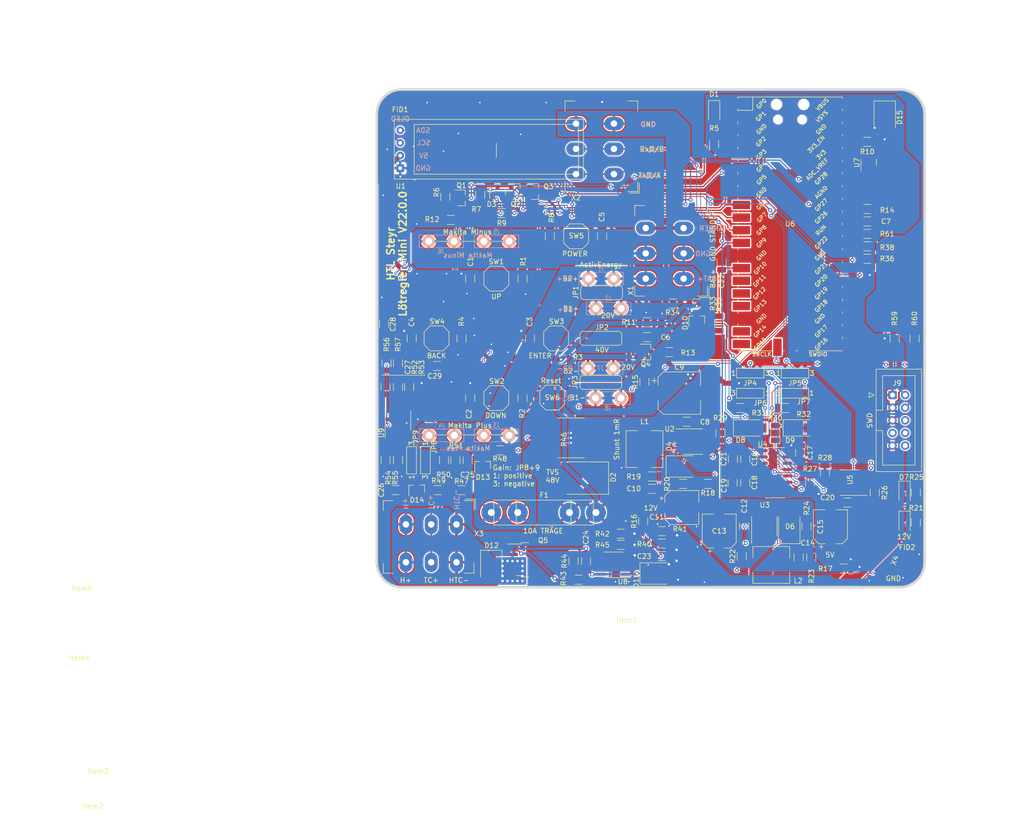
<source format=kicad_pcb>
(kicad_pcb (version 20211014) (generator pcbnew)
  (title_block (title "HTL Lötregler Mini") (date "2021-10-09") (rev "22.0.0") (company "HTL Steyr") (comment 1 "Prof. Karl Zeilhofer et al."))
  (layers (0 "F.Cu" signal) (31 "B.Cu" signal) (34 "B.Paste" user) (35 "F.Paste" user) (36 "B.SilkS" user "B.Silkscreen") (37 "F.SilkS" user "F.Silkscreen") (38 "B.Mask" user) (39 "F.Mask" user) (44 "Edge.Cuts" user))
  (net 0 "")
  (net 1 "GND")
  (net 2 "/Arduino/BACK")
  (net 3 "/Arduino/ENTER")
  (net 4 "/Arduino/DOWN")
  (net 5 "/Arduino/SCL")
  (net 6 "/Arduino/UP")
  (net 7 "/Arduino/SDA")
  (net 8 "/Arduino/Ein-Aus-Taster")
  (net 9 "/Arduino/Heizelement")
  (net 10 "/Arduino/Strom")
  (net 11 "/Arduino/Selbsthaltung")
  (net 12 "/Arduino/Temperatur")
  (net 13 "/Arduino/TxD")
  (net 14 "/Leistungsteil/12V")
  (net 15 "/Leistungsteil/H+")
  (net 16 "+BATT")
  (net 17 "GNDPWR")
  (net 18 "/Stromversorgung/Spannungsregler 12V/IN")
  (net 19 "Net-(C5-Pad2)")
  (net 20 "Net-(C6-Pad2)")
  (net 21 "Net-(D1-Pad2)")
  (net 22 "/Messverstärker/TC+")
  (net 23 "/Leistungsteil/HTC-")
  (net 24 "/Arduino/Batteriemessung")
  (net 25 "/Stromversorgung/Spannungsregler 3,3V/3,3V")
  (net 26 "/Stromversorgung/Spannungsregler 3,3V/fb")
  (net 27 "Net-(C16-Pad2)")
  (net 28 "/Arduino/RxD")
  (net 29 "+3.3V")
  (net 30 "Net-(C18-Pad2)")
  (net 31 "Net-(C19-Pad2)")
  (net 32 "Net-(C21-Pad2)")
  (net 33 "Net-(C22-Pad1)")
  (net 34 "Net-(C16-Pad1)")
  (net 35 "Net-(C24-Pad1)")
  (net 36 "Net-(C25-Pad2)")
  (net 37 "Net-(C26-Pad1)")
  (net 38 "Net-(D3-Pad3)")
  (net 39 "Net-(D5-Pad2)")
  (net 40 "/Stromversorgung/Spannungsregler 3,3V/sw")
  (net 41 "Net-(D7-Pad2)")
  (net 42 "Net-(D10-Pad3)")
  (net 43 "/Batterie Varianten/Plus")
  (net 44 "Net-(J2-Pad1)")
  (net 46 "Net-(C18-Pad1)")
  (net 47 "Net-(JP8-Pad3)")
  (net 48 "Net-(Q2-Pad2)")
  (net 49 "Net-(Q4-Pad3)")
  (net 50 "Net-(Q5-Pad1)")
  (net 51 "/Stromversorgung/Spannungsregler 3,3V/~{en}")
  (net 52 "Net-(R41-Pad1)")
  (net 53 "/Arduino/Lötkolbenständer")
  (net 54 "Net-(J7-Pad1)")
  (net 55 "Net-(R42-Pad1)")
  (net 56 "Net-(R43-Pad2)")
  (net 57 "/Leistungsteil/U_Shunt")
  (net 58 "Net-(R51-Pad2)")
  (net 59 "Net-(R52-Pad2)")
  (net 60 "Net-(R52-Pad1)")
  (net 61 "Net-(R54-Pad2)")
  (net 62 "Net-(R54-Pad1)")
  (net 64 "Net-(JP6-Pad2)")
  (net 65 "Net-(JP7-Pad2)")
  (net 66 "/Arduino/ComDriverEnable")
  (net 67 "/UART RS232/RS485/TxD_A")
  (net 68 "/UART RS232/RS485/RxD_B")
  (net 69 "/Stromversorgung/Spannungsregler 12V/sw")
  (net 70 "/Stromversorgung/Spannungsregler 12V/fb")
  (net 71 "/Stromversorgung/Spannungsregler 12V/~{en}")
  (net 75 "/UART RS232/RS485/A")
  (net 76 "/UART RS232/RS485/B")
  (net 77 "/UART RS232/RS485/TxD")
  (net 78 "/UART RS232/RS485/RxD")
  (net 79 "/UART RS232/RS485/Tx")
  (net 80 "/UART RS232/RS485/Rx")
  (net 81 "/UART RS232/RS485/di")
  (net 82 "/UART RS232/RS485/tin")
  (net 83 "/UART RS232/RS485/ro")
  (net 84 "/UART RS232/RS485/rout")
  (net 85 "Net-(JP8-Pad2)")
  (net 87 "Net-(JP9-Pad2)")
  (net 92 "/Stromversorgung/12Va")
  (net 103 "/Arduino/SWDIO")
  (net 104 "/Arduino/SWCLK")
  (net 105 "/Arduino/VSYS")
  (net 106 "/Arduino/3V3_EN")
  (net 107 "/Arduino/RUN")
  (net 108 "/Arduino/VREF")
  (footprint "Capacitor_SMD:C_1206_3216Metric" (layer "F.Cu") (at 109.75 81 -90)
    (fp_text reference "C1")
    (fp_text value "100n/50V")
  )
  (footprint "Capacitor_SMD:C_1206_3216Metric" (layer "F.Cu") (at 109.75 105 -90)
    (fp_text reference "C2")
    (fp_text value "100n/50V")
  )
  (footprint "Capacitor_SMD:C_1206_3216Metric" (layer "F.Cu") (at 98 93 -90)
    (fp_text reference "C4")
    (fp_text value "100n/50V")
  )
  (footprint "Capacitor_SMD:C_1206_3216Metric" (layer "F.Cu") (at 94.75 123.5 180)
    (fp_text reference "C26")
    (fp_text value "10n/50V")
  )
  (footprint "Capacitor_SMD:C_1206_3216Metric" (layer "F.Cu") (at 92.75 102.75 -90)
    (fp_text reference "C27")
    (fp_text value "100n/50V")
  )
  (footprint "Capacitor_SMD:C_1206_3216Metric" (layer "F.Cu") (at 148.25 136.75)
    (fp_text reference "C23")
    (fp_text value "10u/16V")
  )
  (footprint "Capacitor_SMD:C_1206_3216Metric" (layer "F.Cu") (at 133 137.75 90)
    (fp_text reference "C24")
    (fp_text value "1u/100V")
  )
  (footprint "Capacitor_SMD:C_1206_3216Metric" (layer "F.Cu") (at 136.25 72.5 90)
    (fp_text reference "C5")
    (fp_text value "1n/100V")
  )
  (footprint "Capacitor_SMD:C_1206_3216Metric" (layer "F.Cu") (at 145.25 92.75)
    (fp_text reference "C6")
    (fp_text value "10n/50V")
  )
  (footprint "Capacitor_SMD:C_1206_3216Metric" (layer "F.Cu") (at 189.5 69.5)
    (fp_text reference "C7")
    (fp_text value "10u/16V")
  )
  (footprint "Capacitor_SMD:CP_Elec_8x10" (layer "F.Cu") (at 151.75 104)
    (fp_text reference "C9")
    (fp_text value "100u/63V")
  )
  (footprint "Capacitor_SMD:C_1206_3216Metric" (layer "F.Cu") (at 146.25 123.25)
    (fp_text reference "C10")
    (fp_text value "33n/50V")
  )
  (footprint "Capacitor_SMD:C_1206_3216Metric" (layer "F.Cu") (at 164.75 130.75 90)
    (fp_text reference "C12")
    (fp_text value "100n/100V")
  )
  (footprint "LED_SMD:LED_1206_3216Metric" (layer "F.Cu") (at 158.75 47.5 -90)
    (fp_text reference "D1")
    (fp_text value "rot")
  )
  (footprint "Package_TO_SOT_SMD:SOT-23" (layer "F.Cu") (at 99 123.25 90)
    (fp_text reference "D14")
    (fp_text value "BAV99")
  )
  (footprint "Diode_SMD:D_SMC" (layer "F.Cu") (at 132.744 121.0818 180)
    (fp_text reference "D2")
    (fp_text value "SMCJ48A")
  )
  (footprint "Package_TO_SOT_SMD:SOT-23" (layer "F.Cu") (at 115.25 63.5 90)
    (fp_text reference "D3")
    (fp_text value "3V3")
  )
  (footprint "htl_smd:D_SMA_wide" (layer "F.Cu") (at 152.5 118.75)
    (fp_text reference "D4")
    (fp_text value "SS210")
  )
  (footprint "LED_SMD:LED_1206_3216Metric" (layer "F.Cu") (at 197 130 -90)
    (fp_text reference "D5" hide)
    (fp_text value "grün")
  )
  (footprint "Diode_SMD:D_SMA" (layer "F.Cu") (at 166 111)
    (fp_text reference "D8")
    (fp_text value "SMAJ8.0CA")
  )
  (footprint "htl_mechanical:fuse-clip_20x5mm" (layer "F.Cu") (at 135 128 180)
    (fp_text reference "F1")
    (fp_text value "Clip 20x5")
  )
  (footprint "htl_mechanical:paste-fiducial" (layer "F.Cu") (at 95.5 45.75)
    (fp_text reference "FID1")
    (fp_text value "Fiducial")
  )
  (footprint "htl_mechanical:paste-fiducial" (layer "F.Cu") (at 199.75 135)
    (fp_text reference "FID2")
    (fp_text value "Fiducial")
  )
  (footprint "htl_virtual:Virtual-Item" (layer "F.Cu") (at 35 182)
    (fp_text reference "Item3")
    (fp_text value "PCB, 1 Layer, 35um Cu, 1.6mm, ca. 100x110")
  )
  (footprint "htl_virtual:Virtual-Item" (layer "F.Cu") (at 31.765 145.265)
    (fp_text reference "Item5")
    (fp_text value "Sicherung, 5x20, 10A, träge")
  )
  (footprint "htl_connectors:Federklemme_KF142_3P_P5.08mm_C475145" (layer "F.Cu") (at 131 60 90)
    (fp_text reference "X2")
    (fp_text value "COM")
  )
  (footprint "Package_TO_SOT_SMD:TO-252-2" (layer "F.Cu") (at 122.5 137.5)
    (fp_text reference "Q5")
    (fp_text value "KND3508A")
  )
  (footprint "Package_TO_SOT_SMD:SOT-23" (layer "F.Cu") (at 108 64.77)
    (fp_text reference "Q1")
    (fp_text value "2N7002")
  )
  (footprint "Package_TO_SOT_SMD:SOT-23" (layer "F.Cu") (at 119 63.5)
    (fp_text reference "Q2")
    (fp_text value "MMBT3904")
  )
  (footprint "Package_TO_SOT_SMD:SOT-23" (layer "F.Cu") (at 122.75 63.5)
    (fp_text reference "Q3")
    (fp_text value "MMBT3904")
  )
  (footprint "Resistor_SMD:R_1206_3216Metric" (layer "F.Cu") (at 120.25 81 -90)
    (fp_text reference "R1")
    (fp_text value "10k")
  )
  (footprint "Resistor_SMD:R_1206_3216Metric" (layer "F.Cu") (at 120.25 105 -90)
    (fp_text reference "R2")
    (fp_text value "10k")
  )
  (footprint "Resistor_SMD:R_1206_3216Metric" (layer "F.Cu") (at 128.25 97.25)
    (fp_text reference "R3")
    (fp_text value "10k")
  )
  (footprint "Resistor_SMD:R_1206_3216Metric" (layer "F.Cu") (at 108 93 -90)
    (fp_text reference "R4")
    (fp_text value "10k")
  )
  (footprint "Resistor_SMD:R_1206_3216Metric" (layer "F.Cu") (at 158.75 54 90)
    (fp_text reference "R5")
    (fp_text value "1k")
  )
  (footprint "Resistor_SMD:R_1206_3216Metric" (layer "F.Cu") (at 103.25 123.5)
    (fp_text reference "R49")
    (fp_text value "10k")
  )
  (footprint "Resistor_SMD:R_1206_3216Metric" (layer "F.Cu") (at 92.75 117.5 -90)
    (fp_text reference "R54")
    (fp_text value "22k")
  )
  (footprint "Resistor_SMD:R_1206_3216Metric" (layer "F.Cu") (at 95.25 117.5 90)
    (fp_text reference "R55")
    (fp_text value "100R")
  )
  (footprint "Resistor_SMD:R_1206_3216Metric" (layer "F.Cu") (at 95.25 102.75 -90)
    (fp_text reference "R52")
    (fp_text value "22k")
  )
  (footprint "Resistor_SMD:R_1206_3216Metric" (layer "F.Cu") (at 148.25 134.25)
    (fp_text reference "R40")
    (fp_text value "1k")
  )
  (footprint "Resistor_SMD:R_1206_3216Metric" (layer "F.Cu") (at 148.25 131.75)
    (fp_text reference "R41")
    (fp_text value "1k")
  )
  (footprint "Resistor_SMD:R_1206_3216Metric" (layer "F.Cu") (at 140 132.25)
    (fp_text reference "R42")
    (fp_text value "1k")
  )
  (footprint "Resistor_SMD:R_1206_3216Metric" (layer "F.Cu") (at 131.5 141.5)
    (fp_text reference "R43")
    (fp_text value "100R")
  )
  (footprint "Resistor_SMD:R_1206_3216Metric" (layer "F.Cu") (at 140 134.5)
    (fp_text reference "R45")
    (fp_text value "10k")
  )
  (footprint "htl_smd:Shunt-15.2x7.6mm" (layer "F.Cu") (at 130 113)
    (fp_text reference "R46")
    (fp_text value "1mR/7W/1%" hide)
  )
  (footprint "Resistor_SMD:R_1206_3216Metric" (layer "F.Cu") (at 104.75 64.5775 90)
    (fp_text reference "R6")
    (fp_text value "10k")
  )
  (footprint "Resistor_SMD:R_1206_3216Metric" (layer "F.Cu") (at 111.75 64.135 -90)
    (fp_text reference "R7")
    (fp_text value "10k")
  )
  (footprint "Resistor_SMD:R_1206_3216Metric" (layer "F.Cu") (at 145.25 89.75)
    (fp_text reference "R11")
    (fp_text value "10k")
  )
  (footprint "Resistor_SMD:R_1206_3216Metric" (layer "F.Cu") (at 149.75 95.75)
    (fp_text reference "R13")
    (fp_text value "22k")
  )
  (footprint "Resistor_SMD:R_1206_3216Metric" (layer "F.Cu") (at 189.5 67)
    (fp_text reference "R14")
    (fp_text value "1k")
  )
  (footprint "Resistor_SMD:R_1206_3216Metric" (layer "F.Cu") (at 144.75 101.75 90)
    (fp_text reference "R15")
    (fp_text value "1R")
  )
  (footprint "Resistor_SMD:R_1206_3216Metric" (layer "F.Cu") (at 184.75 139.25 180)
    (fp_text reference "R17")
    (fp_text value "1R")
  )
  (footprint "Resistor_SMD:R_1206_3216Metric" (layer "F.Cu") (at 157.5 122.25 180)
    (fp_text reference "R18")
    (fp_text value "100R")
  )
  (footprint "Resistor_SMD:R_1206_3216Metric" (layer "F.Cu") (at 146.25 120.75)
    (fp_text reference "R19")
    (fp_text value "30k")
  )
  (footprint "Resistor_SMD:R_1206_3216Metric" (layer "F.Cu") (at 152.5 122.25)
    (fp_text reference "R20")
    (fp_text value "3k3")
  )
  (footprint "Resistor_SMD:R_1206_3216Metric" (layer "F.Cu") (at 199.25 130 90)
    (fp_text reference "R21")
    (fp_text value "3k3")
  )
  (footprint "Resistor_SMD:R_1206_3216Metric" (layer "F.Cu") (at 178.25 137 90)
    (fp_text reference "R23")
    (fp_text value "10k")
  )
  (footprint "Resistor_SMD:R_1206_3216Metric" (layer "F.Cu") (at 177.292 130.75 90)
    (fp_text reference "R24")
    (fp_text value "6k2")
  )
  (footprint "Resistor_SMD:R_1206_3216Metric" (layer "F.Cu") (at 160 112 -90)
    (fp_text reference "R29")
    (fp_text value "100R")
  )
  (footprint "Resistor_SMD:R_1206_3216Metric" (layer "F.Cu") (at 171 112 -90)
    (fp_text reference "R30")
    (fp_text value "100R")
  )
  (footprint "Resistor_SMD:R_1206_3216Metric" (layer "F.Cu") (at 97.5 102.75 90)
    (fp_text reference "R53")
    (fp_text value "100R")
  )
  (footprint "htl_smd:SW_Push_5.1mm_H1.5mm" (layer "F.Cu") (at 127 93)
    (fp_text reference "SW3")
    (fp_text value "ENTER")
  )
  (footprint "htl_smd:SW_Push_5.1mm_H1.5mm" (layer "F.Cu") (at 103 93)
    (fp_text reference "SW4")
    (fp_text value "BACK")
  )
  (footprint "Package_SO:SOIC-8_3.9x4.9mm_P1.27mm" (layer "F.Cu") (at 95.25 109.5 90)
    (fp_text reference "U9")
    (fp_text value "GS8332-SR")
  )
  (footprint "Package_SO:SOIC-8_3.9x4.9mm_P1.27mm" (layer "F.Cu") (at 138.5 138.5 180)
    (fp_text reference "U8")
    (fp_text value "TF2101M-TAH")
  )
  (footprint "htl_smd:SOIC-8-1EP_3.9x4.9mm_P1.27mm_EP2.514x3.2mm_ThermalVias" (layer "F.Cu") (at 154.5 113.75)
    (fp_text reference "U2")
    (fp_text value "XL7005A")
  )
  (footprint "htl_smd:SOIC-8-1EP_3.9x4.9mm_P1.27mm_EP2.514x3.2mm_ThermalVias" (layer "F.Cu") (at 168.8338 130.7633 90)
    (fp_text reference "U3")
    (fp_text value "XL7005A")
  )
  (footprint "htl_virtual:Virtual-Item" (layer "F.Cu") (at 34 189)
    (fp_text reference "Item2")
    (fp_text value "Stencil, 120um, 25mm Rand, Edelstahl")
  )
  (footprint "Capacitor_SMD:CP_Elec_6.3x5.9" (layer "F.Cu") (at 152.25 127)
    (fp_text reference "C11")
    (fp_text value "100u/25V")
  )
  (footprint "htl_smd:L_7.3x7.3_H4.5_C216198" (layer "F.Cu") (at 144.75 115.25 -90)
    (fp_text reference "L1")
    (fp_text value "47u/1A")
  )
  (footprint "Capacitor_SMD:C_1206_3216Metric" (layer "F.Cu") (at 160.25 77.75 90)
    (fp_text reference "C22")
    (fp_text value "100n/50V")
  )
  (footprint "Capacitor_SMD:C_1206_3216Metric" (layer "F.Cu") (at 109.25 117.5 90)
    (fp_text reference "C25")
    (fp_text value "100n/50V")
  )
  (footprint "Package_TO_SOT_SMD:SOT-23" (layer "F.Cu") (at 155.25 89.25 90)
    (fp_text reference "D10")
    (fp_text value "BAV99")
  )
  (footprint "htl_smd:SolderJumper-2_2.2x8mm_Open" (layer "F.Cu") (at 136.144 83.82 90)
    (fp_text reference "JP1")
    (fp_text value "20V")
  )
  (footprint "htl_smd:SolderJumper-2_2.2x8mm_Open" (layer "F.Cu") (at 136 93 -90)
    (fp_text reference "JP2")
    (fp_text value "40V")
  )
  (footprint "Resistor_SMD:R_1206_3216Metric" (layer "F.Cu") (at 155.25 86 180)
    (fp_text reference "R33")
    (fp_text value "82k")
  )
  (footprint "Resistor_SMD:R_1206_3216Metric" (layer "F.Cu") (at 108 123.5 180)
    (fp_text reference "R47")
    (fp_text value "100k")
  )
  (footprint "Resistor_SMD:R_1206_3216Metric" (layer "F.Cu") (at 115.75 115.5 180)
    (fp_text reference "R48")
    (fp_text value "1k")
  )
  (footprint "htl_connectors:Federklemme_KF142_3P_P5.08mm_C475145" (layer "F.Cu") (at 145 81 90)
    (fp_text reference "X1")
    (fp_text value "POWER")
  )
  (footprint "Resistor_SMD:R_1206_3216Metric" (layer "F.Cu") (at 191 124 -90)
    (fp_text reference "R26")
    (fp_text value "3k3")
  )
  (footprint "Resistor_SMD:R_1206_3216Metric" (layer "F.Cu") (at 178 122 90)
    (fp_text reference "R27")
    (fp_text value "1k")
  )
  (footprint "Resistor_SMD:R_1206_3216Metric" (layer "F.Cu") (at 181 120 90)
    (fp_text reference "R28")
    (fp_text value "1k")
  )
  (footprint "Resistor_SMD:R_1206_3216Metric" (layer "F.Cu") (at 173 107)
    (fp_text reference "R32")
    (fp_text value "10R")
  )
  (footprint "Capacitor_SMD:C_1206_3216Metric" (layer "F.Cu") (at 121.75 93 -90)
    (fp_text reference "C3")
    (fp_text value "100n/50V")
  )
  (footprint "htl_modules:OLED-128x32" (layer "F.Cu") (at 94.5 61)
    (fp_text reference "U1")
    (fp_text value "OLED-128x32-Module")
  )
  (footprint "htl_smd:SW_Push_5.1mm_H1.5mm" (layer "F.Cu") (at 115 105)
    (fp_text reference "SW2")
    (fp_text value "DOWN")
  )
  (footprint "Capacitor_SMD:C_1206_3216Metric" (layer "F.Cu") (at 153.25 109.75)
    (fp_text reference "C8")
    (fp_text value "100n/100V")
  )
  (footprint "htl_connectors:Federklemme_KF142_3P_P5.08mm_C475145" (layer "F.Cu") (at 107 138 180)
    (fp_text reference "X3")
    (fp_text value "Lötkolben")
  )
  (footprint "htl_smd:SolderJumper-2_2.2x8mm_Open" (layer "F.Cu") (at 135.9916 101.854 90)
    (fp_text reference "JP3")
    (fp_text value "20V")
  )
  (footprint "htl_virtual:Virtual-Item" (layer "F.Cu") (at 31.205 159.265)
    (fp_text reference "Item4")
    (fp_text value "Clip 20x5")
  )
  (footprint "htl_smd:D_SMA_wide" (layer "F.Cu") (at 147.25 140.25)
    (fp_text reference "D11")
    (fp_text value "SS210")
  )
  (footprint "Package_TO_SOT_SMD:SOT-23" (layer "F.Cu") (at 145.25 95.75)
    (fp_text reference "Q4")
    (fp_text value "ZXMP10A13FTA")
  )
  (footprint "Resistor_SMD:R_1206_3216Metric" (layer "F.Cu") (at 105.8525 69.215)
    (fp_text reference "R12")
    (fp_text value "1k")
  )
  (footprint "htl_smd:SW_Push_5.1mm_H1.5mm" (layer "F.Cu") (at 115 81)
    (fp_text reference "SW1")
    (fp_text value "UP")
  )
  (footprint "Package_TO_SOT_SMD:SOT-23" (layer "F.Cu") (at 112.25 118.5 90)
    (fp_text reference "D13")
    (fp_text value "BAV99")
  )
  (footprint "Resistor_SMD:R_1206_3216Metric" (layer "F.Cu") (at 164 107)
    (fp_text reference "R31")
    (fp_text value "10R")
  )
  (footprint "Resistor_SMD:R_1206_3216Metric" (layer "F.Cu") (at 150.5 86)
    (fp_text reference "R34")
    (fp_text value "10k")
  )
  (footprint "Resistor_SMD:R_1206_3216Metric" (layer "F.Cu") (at 125.75 72.5 90)
    (fp_text reference "R8")
    (fp_text value "10k")
  )
  (footprint "Resistor_SMD:R_1206_3216Metric" (layer "F.Cu") (at 199.25 124 90)
    (fp_text reference "R25")
    (fp_text value "680R")
  )
  (footprint "htl_smd:Keystone_5016" (layer "F.Cu") (at 197 138.25 70)
    (fp_text reference "X4")
    (fp_text value "GND-Öse")
  )
  (footprint "htl_virtual:Virtual-Item" (layer "F.Cu") (at 141.2 151.6)
    (fp_text reference "Item1")
    (fp_text value "Buchsenleiste 4P")
  )
  (footprint "Resistor_SMD:R_1206_3216Metric" (layer "F.Cu") (at 144.5 129.75 90)
    (fp_text reference "R16")
    (fp_text value "1R")
  )
  (footprint "Jumper:SolderJumper-3_P2.0mm_Open_TrianglePad1.0x1.5mm_NumberLabels" (layer "F.Cu") (at 175 104 180)
    (fp_text reference "JP7")
    (fp_text value "COM")
  )
  (footprint "htl_smd:D_SMA_wide" (layer "F.Cu") (at 193 48.7 -90)
    (fp_text reference "D15")
    (fp_text value "SS210")
  )
  (footprint "htl_smd:SW_Push_5.1mm_H1.5mm" (layer "F.Cu") (at 126.238 104.902)
    (fp_text reference "SW6")
    (fp_text value "RESET")
  )
  (footprint "Diode_SMD:D_SMA" (layer "F.Cu") (at 176 111)
    (fp_text reference "D9")
    (fp_text value "SMAJ8.0CA")
  )
  (footprint "htl_smd:D_SMA_wide" (layer "F.Cu") (at 113.9952 138.9888 -90)
    (fp_text reference "D12")
    (fp_text value "SS210")
  )
  (footprint "Jumper:SolderJumper-3_P2.0mm_Open_TrianglePad1.0x1.5mm_NumberLabels" (layer "F.Cu") (at 166 104 180)
    (fp_text reference "JP6")
    (fp_text value "COM")
  )
  (footprint "Resistor_SMD:R_1206_3216Metric" (layer "F.Cu") (at 92.964 97.9932 90)
    (fp_text reference "R56")
    (fp_text value "100R")
  )
  (footprint "Resistor_SMD:R_1206_3216Metric" (layer "F.Cu") (at 189.5 53.5)
    (fp_text reference "R10")
    (fp_text value "100k")
  )
  (footprint "Capacitor_SMD:C_1206_3216Metric" (layer "F.Cu") (at 185.525 126 180)
    (fp_text reference "C20")
    (fp_text value "100n/50V")
  )
  (footprint "Capacitor_SMD:C_1206_3216Metric" (layer "F.Cu") (at 176 116 90)
    (fp_text reference "C17")
    (fp_text value "100n/50V")
  )
  (footprint "Resistor_SMD:R_1206_3216Metric" (layer "F.Cu") (at 130.5052 137.7589 90)
    (fp_text reference "R44")
    (fp_text value "56k")
  )
  (footprint "RPi_Pico:RPi_Pico_SMD" (layer "F.Cu") (at 174 70)
    (fp_text reference "U6")
    (fp_text value "Pico")
  )
  (footprint "Resistor_SMD:R_1206_3216Metric" (layer "F.Cu") (at 95.25 97.9825 90)
    (fp_text reference "R57")
    (fp_text value "100R")
  )
  (footprint "Resistor_SMD:R_1206_3216Metric" (layer "F.Cu") (at 199 93 -90)
    (fp_text reference "R60")
    (fp_text value "100k")
  )
  (footprint "Jumper:SolderJumper-3_P2.0mm_Open_TrianglePad1.0x1.5mm_NumberLabels" (layer "F.Cu") (at 100.7364 117.4812 -90)
    (fp_text reference "JP8")
    (fp_text value "OP-Polarität")
  )
  (footprint "Capacitor_SMD:C_1206_3216Metric" (layer "F.Cu") (at 92.456 90.121 90)
    (fp_text reference "C28")
    (fp_text value "10n/50V")
  )
  (footprint "Resistor_SMD:R_1206_3216Metric" (layer "F.Cu") (at 106.7816 117.4897 90)
    (fp_text reference "R51")
    (fp_text value "100R")
  )
  (footprint "Package_TO_SOT_SMD:SOT-23" (layer "F.Cu") (at 189.8 57.7 90)
    (fp_text reference "U7")
    (fp_text value "LM4040CIM3-3.0/NOPB")
  )
  (footprint "Jumper:SolderJumper-3_P2.0mm_Open_TrianglePad1.0x1.5mm_NumberLabels" (layer "F.Cu") (at 97.9932 117.5004 90)
    (fp_text reference "JP9")
    (fp_text value "OP-Polarität")
  )
  (footprint "Resistor_SMD:R_1206_3216Metric" (layer "F.Cu") (at 195 93 90)
    (fp_text reference "R59")
    (fp_text value "100k")
  )
  (footprint "htl_smd:SW_Push_5.1mm_H1.5mm" (layer "F.Cu") (at 131.0132 72.4916)
    (fp_text reference "SW5")
    (fp_text value "Ein/Aus")
  )
  (footprint "Package_SO:SOIC-16_3.9x9.9mm_P1.27mm" (layer "F.Cu") (at 171 120)
    (fp_text reference "U4")
    (fp_text value "MAX3232")
  )
  (footprint "Resistor_SMD:R_1206_3216Metric" (layer "F.Cu") (at 116.078 67.818)
    (fp_text reference "R9")
    (fp_text value "2k7")
  )
  (footprint "Jumper:SolderJumper-3_P2.0mm_Open_TrianglePad1.0x1.5mm_NumberLabels" (layer "F.Cu") (at 166 100)
    (fp_text reference "JP4")
    (fp_text value "COM")
  )
  (footprint "Resistor_SMD:R_1206_3216Metric" (layer "F.Cu") (at 164.2872 136.7937 90)
    (fp_text reference "R22")
    (fp_text value "100R")
  )
  (footprint "Capacitor_SMD:C_1206_3216Metric" (layer "F.Cu") (at 162.5108 117.2266 90)
    (fp_text reference "C21")
    (fp_text value "100n/50V")
  )
  (footprint "Resistor_SMD:R_1206_3216Metric" (layer "F.Cu") (at 189.5 77 180)
    (fp_text reference "R36")
    (fp_text value "3k3")
  )
  (footprint "Capacitor_SMD:C_1206_3216Metric" (layer "F.Cu") (at 175.7172 137.0076 90)
    (fp_text reference "C14")
    (fp_text value "33n/50V")
  )
  (footprint "Jumper:SolderJumper-3_P2.0mm_Open_TrianglePad1.0x1.5mm_NumberLabels" (layer "F.Cu") (at 175 100)
    (fp_text reference "JP5")
    (fp_text value "COM")
  )
  (footprint "htl_smd:L_7.3x7.3_H4.5_C216198" (layer "F.Cu") (at 170.2308 138.5316)
    (fp_text reference "L2")
    (fp_text value "47u/1A")
  )
  (footprint "htl_smd:D_SMA_wide" (layer "F.Cu") (at 173.8376 130.8608 90)
    (fp_text reference "D6")
    (fp_text value "SS210")
  )
  (footprint "Resistor_SMD:R_1206_3216Metric" (layer "F.Cu") (at 189.5 74.5 180)
    (fp_text reference "R38")
    (fp_text value "3k3")
  )
  (footprint "Resistor_SMD:R_1206_3216Metric" (layer "F.Cu") (at 189.5 72 180)
    (fp_text reference "R61")
    (fp_text value "10k")
  )
  (footprint "LED_SMD:LED_1206_3216Metric" (layer "F.Cu") (at 197.0024 123.9744 -90)
    (fp_text reference "D7")
    (fp_text value "grün")
  )
  (footprint "Capacitor_SMD:CP_Elec_6.3x5.9" (layer "F.Cu") (at 182.118 130.8608 90)
    (fp_text reference "C15")
    (fp_text value "100u/25V")
  )
  (footprint "Capacitor_SMD:C_1206_3216Metric" (layer "F.Cu") (at 165 122 -90)
    (fp_text reference "C18")
    (fp_text value "100n/50V")
  )
  (footprint "Capacitor_SMD:C_1206_3216Metric" (layer "F.Cu") (at 103.075 98.552)
    (fp_text reference "C29")
    (fp_text value "10n/50V")
  )
  (footprint "Capacitor_SMD:C_1206_3216Metric" (layer "F.Cu") (at 165 117.2248 -90)
    (fp_text reference "C16")
    (fp_text value "100n/50V")
  )
  (footprint "Package_SO:SOIC-8_3.9x4.9mm_P1.27mm" (layer "F.Cu") (at 186 122 180)
    (fp_text reference "U5")
    (fp_text value "YD3082EESA")
  )
  (footprint "Capacitor_SMD:CP_Elec_6.3x5.9" (layer "F.Cu") (at 159.766 131.7244 90)
    (fp_text reference "C13")
    (fp_text value "100u/25V")
  )
  (footprint "Resistor_SMD:R_1206_3216Metric" (layer "F.Cu") (at 159.75 90 90)
    (fp_text reference "R35")
    (fp_text value "100R")
  )
  (footprint "Connector_IDC:IDC-Header_2x05_P2.54mm_Vertical" (layer "F.Cu") (at 194.5735 104.394)
    (fp_text reference "J9")
    (fp_text value "SWD")
  )
  (footprint "Capacitor_SMD:C_1206_3216Metric" (layer "F.Cu") (at 162.46 122.049 -90)
    (fp_text reference "C19")
    (fp_text value "100n/50V")
  )
  (footprint "Resistor_SMD:R_1206_3216Metric" (layer "F.Cu") (at 104.4956 117.4897 90)
    (fp_text reference "R50")
    (fp_text value "100R")
  )
  (footprint "htl_connectors:Faston_Tab_6.3mm_vertical" (layer "B.Cu") (at 135 87)
    (fp_text reference "J2")
    (fp_text value "ActivEnergy B1+")
  )
  (footprint "htl_connectors:Faston_Tab_6.3mm_vertical" (layer "B.Cu") (at 101.5 112.5)
    (fp_text reference "J4")
    (fp_text value "Makita Plus")
  )
  (footprint "htl_connectors:Faston_Tab_6.3mm_vertical" (layer "B.Cu") (at 112.5 112.5)
    (fp_text reference "J3")
    (fp_text value "Makita Plus")
  )
  (footprint "htl_connectors:Faston_Tab_6.3mm_vertical" (layer "B.Cu") (at 112.5 73.5)
    (fp_text reference "J5")
    (fp_text value "Makita Minus")
  )
  (footprint "htl_connectors:Faston_Tab_6.3mm_vertical" (layer "B.Cu") (at 133.5 81)
    (fp_text reference "J1")
    (fp_text value "ActivEnergy B2+")
  )
  (footprint "htl_connectors:Faston_Tab_6.3mm_vertical" (layer "B.Cu") (at 106.5 73.5 180)
    (fp_text reference "J6")
    (fp_text value "Makita Minus")
  )
  (footprint "htl_connectors:Faston_Tab_6.3mm_vertical" (layer "B.Cu") (at 140 105 180)
    (fp_text reference "J8")
    (fp_text value "ActivEnergy B1-")
  )
  (footprint "htl_connectors:Faston_Tab_6.3mm_vertical" (layer "B.Cu") (at 138.5 99 180)
    (fp_text reference "J7")
    (fp_text value "ActivEnergy B2-")
  )
  (gr_line (start 114 73.5) (end 116.1 73.5) (layer "F.SilkS") (width 0.12))
  (gr_line (start 92 100.4) (end 100.7 100.4) (layer "F.SilkS") (width 0.12))
  (gr_line (start 108 112.4) (end 111 112.4) (layer "F.SilkS") (width 0.12))
  (gr_line (start 102.9 112.4) (end 105.1 112.4) (layer "F.SilkS") (width 0.12))
  (gr_line (start 108.1 73.5) (end 111 73.5) (layer "F.SilkS") (width 0.12))
  (gr_line (start 103 73.5) (end 105.1 73.5) (layer "F.SilkS") (width 0.12))
  (gr_line (start 114 112.4) (end 116.1 112.4) (layer "F.SilkS") (width 0.12))
  (gr_arc (start 91 48) (mid 92.464466 44.464466) (end 96 43) (layer "Edge.Cuts") (width 0.5))
  (gr_arc (start 96 143) (mid 92.464466 141.535534) (end 91 138) (layer "Edge.Cuts") (width 0.5))
  (gr_arc (start 201 138) (mid 199.535534 141.535534) (end 196 143) (layer "Edge.Cuts") (width 0.5))
  (gr_line (start 91 93) (end 91 48) (layer "Edge.Cuts") (width 0.5))
  (gr_line (start 91 138) (end 91 114) (layer "Edge.Cuts") (width 0.5))
  (gr_arc (start 196 43) (mid 199.535534 44.464466) (end 201 48) (layer "Edge.Cuts") (width 0.5))
  (gr_line (start 91 93) (end 91 114) (layer "Edge.Cuts") (width 0.5))
  (gr_line (start 96 43) (end 196 43) (layer "Edge.Cuts") (width 0.5))
  (gr_line (start 196 143) (end 96 143) (layer "Edge.Cuts") (width 0.5))
  (gr_line (start 201 48) (end 201 138) (layer "Edge.Cuts") (width 0.5))
  (gr_text "B2+" (at 128.7 81) (layer "B.SilkS") (effects (font (size 1 1)) (justify mirror)))
  (gr_text "GND" (at 100.3 58.8) (layer "B.SilkS") (effects (font (size 1 1)) (justify mirror)))
  (gr_text "HTC-" (at 107 125.4 270) (layer "B.SilkS") (effects (font (size 1 1)) (justify mirror)))
  (gr_text "SCL" (at 100.4 53.7) (layer "B.SilkS") (effects (font (size 1 1)) (justify mirror)))
  (gr_text "GND" (at 156.5 76) (layer "B.SilkS") (effects (font (size 1 1)) (justify mirror)))
  (gr_text "B1-" (at 128.6 105) (layer "B.SilkS") (effects (font (size 1 1)) (justify mirror)))
  (gr_text "B2-" (at 128.778 99.06) (layer "B.SilkS") (effects (font (size 1 1)) (justify mirror)))
  (gr_text "OLED" (at 95.7 48.9) (layer "B.SilkS") (effects (font (size 1 1)) (justify mirror)))
  (gr_text "GND" (at 145.5 50) (layer "B.SilkS") (effects (font (size 1 1)) (justify mirror)))
  (gr_text "Makita Minus" (at 109.3 76.3) (layer "B.SilkS") (effects (font (size 1 1)) (justify mirror)))
  (gr_text "Makita Plus" (at 109.4 115.1) (layer "B.SilkS") (effects (font (size 1 1)) (justify mirror)))
  (gr_text "BAT+" (at 157.3 81) (layer "B.SilkS") (effects (font (size 1 1)) (justify mirror)))
  (gr_text "TC+" (at 101.9 125.9 270) (layer "B.SilkS") (effects (font (size 1 1)) (justify mirror)))
  (gr_text "B1+" (at 128.8 87.2) (layer "B.SilkS") (effects (font (size 1 1)) (justify mirror)))
  (gr_text "H+" (at 96.8 126.2 270) (layer "B.SilkS") (effects (font (size 1 1)) (justify mirror)))
  (gr_text "TxD/A" (at 145.75 60.25) (layer "B.SilkS") (effects (font (size 1 1)) (justify mirror)))
  (gr_text "5V" (at 100.4 56.3) (layer "B.SilkS") (effects (font (size 1 1)) (justify mirror)))
  (gr_text "SDA" (at 100.3 51.2) (layer "B.SilkS") (effects (font (size 1 1)) (justify mirror)))
  (gr_text "RxD/B" (at 146.25 55) (layer "B.SilkS") (effects (font (size 1 1)) (justify mirror)))
  (gr_text "STÄNDER" (at 159 70.9) (layer "B.SilkS") (effects (font (size 1 1)) (justify mirror)))
  (gr_text "20V" (at 141.478 98.806) (layer "F.SilkS") (effects (font (size 1 1))))
  (gr_text "20V" (at 137.414 88.392) (layer "F.SilkS") (effects (font (size 1 1))))
  (gr_text "12V" (at 196.9 132.9) (layer "F.SilkS") (effects (font (size 1 1))))
  (gr_text "ActivEnergy" (at 136 78.2) (layer "F.SilkS") (effects (font (size 1 1))))
  (gr_text "Reset" (at 126 101.5) (layer "F.SilkS") (effects (font (size 1 1))))
  (gr_text "B2+" (at 129.9 81) (layer "F.SilkS") (effects (font (size 1 1))))
  (gr_text "TC+" (at 101.9 141.6) (layer "F.SilkS") (effects (font (size 1 1))))
  (gr_text "RxD/B" (at 146.25 55) (layer "F.SilkS") (effects (font (size 1 1))))
  (gr_text "B1+" (at 130 87) (layer "F.SilkS") (effects (font (size 1 1))))
  (gr_text "DOWN" (at 114.9 108.5) (layer "F.SilkS") (effects (font (size 1 1))))
  (gr_text "H+" (at 96.8 141.6) (layer "F.SilkS") (effects (font (size 1 1))))
  (gr_text "B1-" (at 131.318 104.902) (layer "F.SilkS") (effects (font (size 1 1))))
  (gr_text "TxD/A" (at 145.75 60.25) (layer "F.SilkS") (effects (font (size 1 1))))
  (gr_text "10A TRÄGE" (at 124.4 131.7) (layer "F.SilkS") (effects (font (size 1 1))))
  (gr_text "SWD" (at 190 109.5 90) (layer "F.SilkS") (effects (font (size 1 1))))
  (gr_text "GND" (at 194.75 141.25) (layer "F.SilkS") (effects (font (size 1 1))))
  (gr_text "Makita Minus" (at 109.2 71.6) (layer "F.SilkS") (effects (font (size 1 1))))
  (gr_text "GND" (at 158.5 76 90) (layer "F.SilkS") (effects (font (size 1 1))))
  (gr_text "B2-" (at 130.048 99.568) (layer "F.SilkS") (effects (font (size 1 1))))
  (gr_text "HTL Steyr\nLötregler Mini V22.0.0" (at 95 76 90) (layer "F.SilkS") (effects (font (size 1.5 1.5) (thickness 0.3))))
  (gr_text "UP" (at 115 84.6) (layer "F.SilkS") (effects (font (size 1 1))))
  (gr_text "POWER" (at 130.8 76) (layer "F.SilkS") (effects (font (size 1 1))))
  (gr_text "Gain: JP8+9\n1: positive\n3: negative\n" (at 114.2 120.6) (layer "F.SilkS") (effects (font (size 1 1)) (justify left)))
  (gr_text "BAT+" (at 158.5 81 90) (layer "F.SilkS") (effects (font (size 1 1))))
  (gr_text "40V" (at 136.2 95.3) (layer "F.SilkS") (effects (font (size 1 1))))
  (gr_text "5V" (at 182 136.5) (layer "F.SilkS") (effects (font (size 1 1))))
  (gr_text "12V" (at 146 127.1) (layer "F.SilkS") (effects (font (size 1 1))))
  (gr_text "ENTER" (at 123.8 96.5) (layer "F.SilkS") (effects (font (size 1 1))))
  (gr_text "HTC-" (at 107.5 141.6) (layer "F.SilkS") (effects (font (size 1 1))))
  (gr_text "TVS\n48V" (at 126.3 120.7) (layer "F.SilkS") (effects (font (size 1 1))))
  (gr_text "Shunt 1mR" (at 139.192 113.284 90) (layer "F.SilkS") (effects (font (size 1 1))))
  (gr_text "Makita Plus" (at 109.7 110.5) (layer "F.SilkS") (effects (font (size 1 1))))
  (gr_text "STÄNDER" (at 158.5 70.5 90) (layer "F.SilkS") (effects (font (size 1 1))))
  (gr_text "BACK" (at 103 96.5) (layer "F.SilkS") (effects (font (size 1 1))))
  (gr_text "GND" (at 145.5 50) (layer "F.SilkS") (effects (font (size 1 1))))
  (segment (start 109.75 103.6) (end 111.525 103.6) (width 0.5) (layer "F.Cu") (net 1))
  (segment (start 142.795 136.595) (end 142.8 136.6) (width 0.5) (layer "F.Cu") (net 1))
  (segment (start 150.724956 132) (end 151.298811 132.573855) (width 0.5) (layer "F.Cu") (net 1))
  (segment (start 140.975 136.595) (end 142.795 136.595) (width 0.5) (layer "F.Cu") (net 1))
  (segment (start 197 128.6) (end 197 127.25) (width 0.25) (layer "F.Cu") (net 1))
  (segment (start 109.75 79.6) (end 108.400005 79.600001) (width 0.5) (layer "F.Cu") (net 1))
  (segment (start 112 103.125) (end 118 103.125) (width 0.5) (layer "F.Cu") (net 1))
  (segment (start 109.75 79.6) (end 111.525 79.6) (width 0.25) (layer "F.Cu") (net 1))
  (segment (start 141.4 132.25) (end 142.75 132.25) (width 0.5) (layer "F.Cu") (net 1))
  (segment (start 111.525 79.6) (end 112 79.125) (width 0.25) (layer "F.Cu") (net 1))
  (segment (start 149.65 134.5) (end 150.2 134.5) (width 1) (layer "F.Cu") (net 1))
  (segment (start 173.75 96) (end 173.75 93.9) (width 0.15) (layer "F.Cu") (net 1))
  (segment (start 108.400005 79.600001) (end 108.000006 80) (width 0.5) (layer "F.Cu") (net 1))
  (segment (start 123.525 91.6) (end 124 91.125) (width 0.5) (layer "F.Cu") (net 1))
  (segment (start 121.75 91.6) (end 123.525 91.6) (width 0.5) (layer "F.Cu") (net 1))
  (segment (start 130 114) (end 130 113) (width 0.5) (layer "F.Cu") (net 1))
  (segment (start 149.65 132) (end 150.724956 132) (width 0.5) (layer "F.Cu") (net 1))
  (segment (start 109.75 103.6) (end 109.75 102) (width 0.5) (layer "F.Cu") (net 1))
  (segment (start 96.6 91.6) (end 96.5 91.5) (width 0.5) (layer "F.Cu") (net 1))
  (segment (start 120.1 91.6) (end 120 91.5) (width 0.5) (layer "F.Cu") (net 1))
  (segment (start 130 113) (end 130 112) (width 0.5) (layer "F.Cu") (net 1))
  (segment (start 100 91.125) (end 106 91.125) (width 0.5) (layer "F.Cu") (net 1))
  (segment (start 150.2 134.5) (end 151.2 135.5) (width 1) (layer "F.Cu") (net 1))
  (segment (start 98 91.6) (end 99.525 91.6) (width 0.5) (layer "F.Cu") (net 1))
  (segment (start 150.500008 138.399992) (end 149.65 138.399992) (width 1) (layer "F.Cu") (net 1))
  (segment (start 99.525 91.6) (end 100 91.125) (width 0.5) (layer "F.Cu") (net 1))
  (segment (start 121.75 91.6) (end 120.1 91.6) (width 0.5) (layer "F.Cu") (net 1))
  (segment (start 135.55 113) (end 130 113) (width 0.5) (layer "F.Cu") (net 1))
  (segment (start 124 91.125) (end 130 91.125) (width 0.5) (layer "F.Cu") (net 1))
  (segment (start 141.4 134.5) (end 142.75 134.5) (width 0.5) (layer "F.Cu") (net 1))
  (segment (start 151.2 137.7) (end 150.500008 138.399992) (width 1) (layer "F.Cu") (net 1))
  (segment (start 112 79.125) (end 118 79.125) (width 0.25) (layer "F.Cu") (net 1))
  (segment (start 111.525 103.6) (end 112 103.125) (width 0.5) (layer "F.Cu") (net 1))
  (segment (start 98 91.6) (end 96.6 91.6) (width 0.5) (layer "F.Cu") (net 1))
  (via (at 129.6 101.1) (size 0.6) (drill 0.3) (layers "F.Cu" "B.Cu") (net 1))
  (via (at 101.1 45.6) (size 0.6) (drill 0.3) (layers "F.Cu" "B.Cu") (net 1))
  (via (at 145.5 138.5) (size 0.6) (drill 0.3) (layers "F.Cu" "B.Cu") (net 1))
  (via (at 95.75 60.5) (size 0.8) (drill 0.4) (layers "F.Cu" "B.Cu") (net 1))
  (via (at 98.4 54.4) (size 0.6) (drill 0.3) (layers "F.Cu" "B.Cu") (net 1))
  (via (at 104.4 55.4) (size 0.6) (drill 0.3) (layers "F.Cu" "B.Cu") (net 1))
  (via (at 109.75 102) (size 0.8) (drill 0.4) (layers "F.Cu" "B.Cu") (net 1))
  (via (at 99.25 109.25) (size 0.6) (drill 0.3) (layers "F.Cu" "B.Cu") (net 1))
  (via (at 149.7 130.7) (size 0.6) (drill 0.3) (layers "F.Cu" "B.Cu") (net 1))
  (via (at 125 45.6) (size 0.6) (drill 0.3) (layers "F.Cu" "B.Cu") (net 1))
  (via (at 149.65 138.399992) (size 0.9) (drill 0.5) (layers "F.Cu" "B.Cu") (net 1))
  (via (at 151.2 137.7) (size 0.9) (drill 0.5) (layers "F.Cu" "B.Cu") (net 1))
  (via (at 151.5 141.5) (size 0.8) (drill 0.4) (layers "F.Cu" "B.Cu") (net 1))
  (via (at 109.1 84) (size 0.6) (drill 0.3) (layers "F.Cu" "B.Cu") (net 1))
  (via (at 106 121) (size 0.6) (drill 0.3) (layers "F.Cu" "B.Cu") (net 1))
  (via (at 136.25 45.5) (size 0.8) (drill 0.4) (layers "F.Cu" "B.Cu") (net 1))
  (via (at 92 84.75) (size 0.6) (drill 0.3) (layers "F.Cu" "B.Cu") (net 1))
  (via (at 150.9 90) (size 0.6) (drill 0.3) (layers "F.Cu" "B.Cu") (net 1))
  (via (at 199.9 136.4) (size 0.6) (drill 0.3) (layers "F.Cu" "B.Cu") (net 1))
  (via (at 130 114) (size 0.8) (drill 0.4) (layers "F.Cu" "B.Cu") (net 1))
  (via (at 197 127.25) (size 0.6) (drill 0.3) (layers "F.Cu" "B.Cu") (net 1))
  (via (at 92.25 120.75) (size 0.6) (drill 0.3) (layers "F.Cu" "B.Cu") (net 1))
  (via (at 99 70) (size 0.6) (drill 0.3) (layers "F.Cu" "B.Cu") (net 1))
  (via (at 142.1 87.4) (size 0.6) (drill 0.3) (layers "F.Cu" "B.Cu") (net 1))
  (via (at 108.000006 80) (size 0.8) (drill 0.4) (layers "F.Cu" "B.Cu") (net 1))
  (via (at 106 101.75) (size 0.6) (drill 0.3) (layers "F.Cu" "B.Cu") (net 1))
  (via (at 141 129.7) (size 0.6) (drill 0.3) (layers "F.Cu" "B.Cu") (net 1))
  (via (at 140.2 119) (size 0.6) (drill 0.3) (layers "F.Cu" "B.Cu") (net 1))
  (via (at 196.4 133.9) (size 0.6) (drill 0.3) (layers "F.Cu" "B.Cu") (net 1))
  (via (at 138.9 141.9) (size 0.6) (drill 0.3) (layers "F.Cu" "B.Cu") (net 1))
  (via (at 96 120.75) (size 0.6) (drill 0.3) (layers "F.Cu" "B.Cu") (net 1))
  (via (at 97 110) (size 0.6) (drill 0.3) (layers "F.Cu" "B.Cu") (net 1))
  (via (at 142.75 132.25) (size 0.9) (drill 0.5) (layers "F.Cu" "B.Cu") (net 1))
  (via (at 196.7 141.1) (size 0.6) (drill 0.3) (layers "F.Cu" "B.Cu") (net 1))
  (via (at 98.6 61.1) (size 0.6) (drill 0.3) (layers "F.Cu" "B.Cu") (net 1))
  (via (at 155.2 130.8) (size 0.6) (drill 0.3) (layers "F.Cu" "B.Cu") (net 1))
  (via (at 96.5 91.5) (size 0.8) (drill 0.4) (layers "F.Cu" "B.Cu") (net 1))
  (via (at 92.25 64.25) (size 0.6) (drill 0.3) (layers "F.Cu" "B.Cu") (net 1))
  (via (at 120 91.5) (size 0.8) (drill 0.4) (layers "F.Cu" "B.Cu") (net 1))
  (via (at 141.6 141.9) (size 0.6) (drill 0.3) (layers "F.Cu" "B.Cu") (net 1))
  (via (at 110.5 89) (size 0.6) (drill 0.3) (layers "F.Cu" "B.Cu") (net 1))
  (via (at 130 113) (size 0.8) (drill 0.4) (layers "F.Cu" "B.Cu") (net 1))
  (via (at 151.2 135.5) (size 0.9) (drill 0.5) (layers "F.Cu" "B.Cu") (net 1))
  (via (at 124.5 106.1) (size 0.6) (drill 0.3) (layers "F.Cu" "B.Cu") (net 1))
  (via (at 147.4 130.3) (size 0.6) (drill 0.3) (layers "F.Cu" "B.Cu") (net 1))
  (via (at 95.4 67.4) (size 0.6) (drill 0.3) (layers "F.Cu" "B.Cu") (net 1))
  (via (at 107.3 96.3) (size 0.6) (drill 0.3) (layers "F.Cu" "B.Cu") (net 1))
  (via (at 148.3 88) (size 0.6) (drill 0.3) (layers "F.Cu" "B.Cu") (net 1))
  (via (at 142.75 134.5) (size 0.9) (drill 0.5) (layers "F.Cu" "B.Cu") (net 1))
  (via (at 93.1 55) (size 0.6) (drill 0.3) (layers "F.Cu" "B.Cu") (net 1))
  (via (at 151.298811 132.573855) (size 0.9) (drill 0.5) (layers "F.Cu" "B.Cu") (net 1))
  (via (at 145.1 87.8) (size 0.6) (drill 0.3) (layers "F.Cu" "B.Cu") (net 1))
  (via (at 142.8 136.6) (size 0.9) (drill 0.5) (layers "F.Cu" "B.Cu") (net 1))
  (via (at 116.7 98.5) (size 0.6) (drill 0.3) (layers "F.Cu" "B.Cu") (net 1))
  (via (at 117.3 95.8) (size 0.6) (drill 0.3) (layers "F.Cu" "B.Cu") (net 1))
  (via (at 156.8 142) (size 0.6) (drill 0.3) (layers "F.Cu" "B.Cu") (net 1))
  (via (at 105 80) (size 0.6) (drill 0.3) (layers "F.Cu" "B.Cu") (net 1))
  (via (at 110.6 92.4) (size 0.6) (drill 0.3) (layers "F.Cu" "B.Cu") (net 1))
  (via (at 120.9 84.1) (size 0.6) (drill 0.3) (layers "F.Cu" "B.Cu") (net 1))
  (via (at 130 112) (size 0.8) (drill 0.4) (layers "F.Cu" "B.Cu") (net 1))
  (via (at 104.4 85.6) (size 0.6) (drill 0.3) (layers "F.Cu" "B.Cu") (net 1))
  (via (at 119.9 52) (size 0.6) (drill 0.3) (layers "F.Cu" "B.Cu") (net 1))
  (via (at 99.1 80) (size 0.6) (drill 0.3) (layers "F.Cu" "B.Cu") (net 1))
  (via (at 114 94.2) (size 0.6) (drill 0.3) (layers "F.Cu" "B.Cu") (net 1))
  (via (at 96.5 83) (size 0.6) (drill 0.3) (layers "F.Cu" "B.Cu") (net 1))
  (via (at 111.7 45.6) (size 0.6) (drill 0.3) (layers "F.Cu" "B.Cu") (net 1))
  (via (at 107.4 51.8) (size 0.6) (drill 0.3) (layers "F.Cu" "B.Cu") (net 1))
  (via (at 100 102) (size 0.8) (drill 0.4) (layers "F.Cu" "B.Cu") (net 1))
  (via (at 189.9 141.7) (size 0.6) (drill 0.3) (layers "F.Cu" "B.Cu") (net 1))
  (via (at 113.8 104) (size 0.6) (drill 0.3) (layers "F.Cu" "B.Cu") (net 1))
  (via (at 155.4 134.9) (size 0.6) (drill 0.3) (layers "F.Cu" "B.Cu") (net 1))
  (segment (start 95.7 60.45) (end 95.75 60.5) (width 0.5) (layer "B.Cu") (net 1))
  (segment (start 95.7 58.8) (end 95.7 60.45) (width 0.5) (layer "B.Cu") (net 1))
  (segment (start 162.02 71.27) (end 164.86 71.27) (width 0.25) (layer "F.Cu") (net 2))
  (segment (start 98.25 60) (end 125.25 60) (width 0.25) (layer "F.Cu") (net 2))
  (segment (start 159.6745 68.4245) (end 161.5 70.25) (width 0.25) (layer "F.Cu") (net 2))
  (segment (start 106.475 94.4) (end 106 94.875) (width 0.25) (layer "F.Cu") (net 2))
  (segment (start 97.6 60.65) (end 98.25 60) (width 0.25) (layer "F.Cu") (net 2))
  (segment (start 95.9 94.4) (end 94.75 93.25) (width 0.25) (layer "F.Cu") (net 2))
  (segment (start 161.5 70.25) (end 161.5 70.75) (width 0.25) (layer "F.Cu") (net 2))
  (segment (start 130.25 68.4245) (end 159.6745 68.4245) (width 0.25) (layer "F.Cu") (net 2))
  (segment (start 130.25 65) (end 130.25 66.0755) (width 0.25) (layer "F.Cu") (net 2))
  (segment (start 97.6 79.1) (end 97.6 60.65) (width 0.25) (layer "F.Cu") (net 2))
  (segment (start 108 94.4) (end 106.475 94.4) (width 0.25) (layer "F.Cu") (net 2))
  (segment (start 99.525 94.4) (end 100 94.875) (width 0.25) (layer "F.Cu") (net 2))
  (segment (start 94.75 81.85) (end 95.8 80.8) (width 0.25) (layer "F.Cu") (net 2))
  (segment (start 125.25 60) (end 130.25 65) (width 0.25) (layer "F.Cu") (net 2))
  (segment (start 161.5 70.75) (end 162.02 71.27) (width 0.25) (layer "F.Cu") (net 2))
  (segment (start 100 94.875) (end 106 94.875) (width 0.25) (layer "F.Cu") (net 2))
  (segment (start 98 94.4) (end 95.9 94.4) (width 0.25) (layer "F.Cu") (net 2))
  (segment (start 98 94.4) (end 99.525 94.4) (width 0.25) (layer "F.Cu") (net 2))
  (segment (start 94.75 93.25) (end 94.75 81.85) (width 0.25) (layer "F.Cu") (net 2))
  (via (at 130.25 66.0755) (size 0.8) (drill 0.4) (layers "F.Cu" "B.Cu") (net 2))
  (via (at 97.6 79.1) (size 0.6) (drill 0.3) (layers "F.Cu" "B.Cu") (net 2))
  (via (at 95.8 80.8) (size 0.6) (drill 0.3) (layers "F.Cu" "B.Cu") (net 2))
  (via (at 130.25 68.4245) (size 0.8) (drill 0.4) (layers "F.Cu" "B.Cu") (net 2))
  (segment (start 95.8 80.8) (end 97.5 79.1) (width 0.25) (layer "B.Cu") (net 2))
  (segment (start 97.5 79.1) (end 97.6 79.1) (width 0.25) (layer "B.Cu") (net 2))
  (segment (start 130.25 66.0755) (end 130.25 68.4245) (width 0.25) (layer "B.Cu") (net 2))
  (segment (start 160.25 67.75) (end 161.25 68.75) (width 0.25) (layer "F.Cu") (net 3))
  (segment (start 164.84 68.75) (end 164.86 68.73) (width 0.25) (layer "F.Cu") (net 3))
  (segment (start 121 94.4) (end 119.2 92.6) (width 0.25) (layer "F.Cu") (net 3))
  (segment (start 119.2 90.5) (end 123.5 86.2) (width 0.25) (layer "F.Cu") (net 3))
  (segment (start 161.25 68.75) (end 164.84 68.75) (width 0.25) (layer "F.Cu") (net 3))
  (segment (start 123.5 69) (end 124.9 67.6) (width 0.25) (layer "F.Cu") (net 3))
  (segment (start 123.525 94.4) (end 124 94.875) (width 0.25) (layer "F.Cu") (net 3))
  (segment (start 119.2 92.6) (end 119.2 90.5) (width 0.25) (layer "F.Cu") (net 3))
  (segment (start 127.75 67.75) (end 160.25 67.75) (width 0.25) (layer "F.Cu") (net 3))
  (segment (start 124 94.875) (end 130 94.875) (width 0.25) (layer "F.Cu") (net 3))
  (segment (start 130 96.9) (end 130 94.875) (width 0.25) (layer "F.Cu") (net 3))
  (segment (start 121.75 94.4) (end 123.525 94.4) (width 0.25) (layer "F.Cu") (net 3))
  (segment (start 129.65 97.25) (end 130 96.9) (width 0.25) (layer "F.Cu") (net 3))
  (segment (start 121.75 94.4) (end 121 94.4) (width 0.25) (layer "F.Cu") (net 3))
  (segment (start 123.5 86.2) (end 123.5 69) (width 0.25) (layer "F.Cu") (net 3))
  (via (at 124.9 67.6) (size 0.6) (drill 0.3) (layers "F.Cu" "B.Cu") (net 3))
  (via (at 127.75 67.75) (size 0.8) (drill 0.4) (layers "F.Cu" "B.Cu") (net 3))
  (segment (start 127.7 67.7) (end 127.75 67.75) (width 0.25) (layer "B.Cu") (net 3))
  (segment (start 124.9 67.6) (end 127.6 67.6) (width 0.25) (layer "B.Cu") (net 3))
  (segment (start 127.6 67.6) (end 127.75 67.75) (width 0.25) (layer "B.Cu") (net 3))
  (segment (start 127.7 67.6) (end 127.7 67.7) (width 0.25) (layer "B.Cu") (net 3))
  (segment (start 109.4 70.4) (end 114.1 65.7) (width 0.25) (layer "F.Cu") (net 4))
  (segment (start 108.5 105.5) (end 108.5 101.3) (width 0.25) (layer "F.Cu") (net 4))
  (segment (start 128.5 67.25) (end 160 67.25) (width 0.25) (layer "F.Cu") (net 4))
  (segment (start 111.525 106.4) (end 109.4 106.4) (width 0.25) (layer "F.Cu") (net 4))
  (segment (start 112 106.875) (end 111.525 106.4) (width 0.25) (layer "F.Cu") (net 4))
  (segment (start 161.06 66.19) (end 164.86 66.19) (width 0.25) (layer "F.Cu") (net 4))
  (segment (start 106.5 83) (end 106.5 77.4) (width 0.25) (layer "F.Cu") (net 4))
  (segment (start 112.7 94.7) (end 112.7 89.2) (width 0.25) (layer "F.Cu") (net 4))
  (segment (start 113.8 95.8) (end 112.7 94.7) (width 0.25) (layer "F.Cu") (net 4))
  (segment (start 120.25 106.4) (end 118.475 106.4) (width 0.25) (layer "F.Cu") (net 4))
  (segment (start 109.4 74.5) (end 109.4 70.4) (width 0.25) (layer "F.Cu") (net 4))
  (segment (start 118.475 106.4) (end 118 106.875) (width 0.25) (layer "F.Cu") (net 4))
  (segment (start 108.5 101.3) (end 112.4 97.4) (width 0.25) (layer "F.Cu") (net 4))
  (segment (start 112 106.875) (end 118 106.875) (width 0.25) (layer "F.Cu") (net 4))
  (segment (start 114.1 65.7) (end 124 65.7) (width 0.25) (layer "F.Cu") (net 4))
  (segment (start 109.4 106.4) (end 108.5 105.5) (width 0.25) (layer "F.Cu") (net 4))
  (segment (start 160 67.25) (end 161.06 66.19) (width 0.25) (layer "F.Cu") (net 4))
  (segment (start 106.5 77.4) (end 109.4 74.5) (width 0.25) (layer "F.Cu") (net 4))
  (segment (start 127.5 65.25) (end 127.5 66.25) (width 0.25) (layer "F.Cu") (net 4))
  (segment (start 127.5 66.25) (end 128.5 67.25) (width 0.25) (layer "F.Cu") (net 4))
  (segment (start 112.7 89.2) (end 106.5 83) (width 0.25) (layer "F.Cu") (net 4))
  (via (at 112.4 97.4) (size 0.6) (drill 0.3) (layers "F.Cu" "B.Cu") (net 4))
  (via (at 113.8 95.8) (size 0.6) (drill 0.3) (layers "F.Cu" "B.Cu") (net 4))
  (via (at 127.5 65.25) (size 0.8) (drill 0.4) (layers "F.Cu" "B.Cu") (net 4))
  (via (at 124 65.7) (size 0.6) (drill 0.3) (layers "F.Cu" "B.Cu") (net 4))
  (segment (start 127.05 65.7) (end 127.5 65.25) (width 0.25) (layer "B.Cu") (net 4))
  (segment (start 112.4 97.2) (end 113.8 95.8) (width 0.25) (layer "B.Cu") (net 4))
  (segment (start 124 65.7) (end 127.05 65.7) (width 0.25) (layer "B.Cu") (net 4))
  (segment (start 112.4 97.4) (end 112.4 97.2) (width 0.25) (layer "B.Cu") (net 4))
  (segment (start 94.4 50.6) (end 95.2 49.8) (width 0.25) (layer "F.Cu") (net 5))
  (segment (start 131.75 64) (end 157 64) (width 0.25) (layer "F.Cu") (net 5))
  (segment (start 116.05 49.8) (end 121.5 55.25) (width 0.25) (layer "F.Cu") (net 5))
  (segment (start 157 64) (end 158 65) (width 0.25) (layer "F.Cu") (net 5))
  (segment (start 182.64 78.89) (end 185.86 78.89) (width 0.25) (layer "F.Cu") (net 5))
  (segment (start 95.2 49.8) (end 116.05 49.8) (width 0.25) (layer "F.Cu") (net 5))
  (segment (start 95.7 53.72) (end 94.4 52.42) (width 0.25) (layer "F.Cu") (net 5))
  (segment (start 94.4 52.42) (end 94.4 50.6) (width 0.25) (layer "F.Cu") (net 5))
  (segment (start 123 55.25) (end 131.75 64) (width 0.25) (layer "F.Cu") (net 5))
  (segment (start 186.5 76.0375) (end 188.0375 74.5) (width 0.25) (layer "F.Cu") (net 5))
  (segment (start 186.5 78.25) (end 186.5 76.0375) (width 0.25) (layer "F.Cu") (net 5))
  (segment (start 121.5 55.25) (end 123 55.25) (width 0.25) (layer "F.Cu") (net 5))
  (segment (start 185.86 78.89) (end 186.5 78.25) (width 0.25) (layer "F.Cu") (net 5))
  (via (at 158 65) (size 0.8) (drill 0.4) (layers "F.Cu" "B.Cu") (net 5))
  (via (at 186.5 77.25) (size 0.8) (drill 0.4) (layers "F.Cu" "B.Cu") (net 5))
  (segment (start 182 77.25) (end 186.5 77.25) (width 0.25) (layer "B.Cu") (net 5))
  (segment (start 158 65) (end 169.75 65) (width 0.25) (layer "B.Cu") (net 5))
  (segment (start 169.75 65) (end 182 77.25) (width 0.25) (layer "B.Cu") (net 5))
  (segment (start 109.75 82.4) (end 107.9 82.4) (width 0.25) (layer "F.Cu") (net 6))
  (segment (start 114.09069 66.27501) (end 125.1 66.27501) (width 0.25) (layer "F.Cu") (net 6))
  (segment (start 118.475 82.4) (end 118 82.875) (width 0.25) (layer "F.Cu") (net 6))
  (segment (start 106.9 78.4) (end 110 75.3) (width 0.25) (layer "F.Cu") (net 6))
  (segment (start 106.9 81.4) (end 106.9 78.4) (width 0.25) (layer "F.Cu") (net 6))
  (segment (start 161 65.5) (end 161 62) (width 0.25) (layer "F.Cu") (net 6))
  (segment (start 129.25 66.75) (end 159.75 66.75) (width 0.25) (layer "F.Cu") (net 6))
  (segment (start 110 75.3) (end 110 70.3657) (width 0.25) (layer "F.Cu") (net 6))
  (segment (start 107.9 82.4) (end 106.9 81.4) (width 0.25) (layer "F.Cu") (net 6))
  (segment (start 129 66.5) (end 129.25 66.75) (width 0.25) (layer "F.Cu") (net 6))
  (segment (start 111.525 82.4) (end 109.75 82.4) (width 0.25) (layer "F.Cu") (net 6))
  (segment (start 161.89 61.11) (end 164.86 61.11) (width 0.25) (layer "F.Cu") (net 6))
  (segment (start 159.75 66.75) (end 161 65.5) (width 0.25) (layer "F.Cu") (net 6))
  (segment (start 112 82.875) (end 118 82.875) (width 0.25) (layer "F.Cu") (net 6))
  (segment (start 120.25 82.4) (end 118.475 82.4) (width 0.25) (layer "F.Cu") (net 6))
  (segment (start 161 62) (end 161.89 61.11) (width 0.25) (layer "F.Cu") (net 6))
  (segment (start 110 70.3657) (end 114.09069 66.27501) (width 0.25) (layer "F.Cu") (net 6))
  (segment (start 112 82.875) (end 111.525 82.4) (width 0.25) (layer "F.Cu") (net 6))
  (via (at 129 66.5) (size 0.8) (drill 0.4) (layers "F.Cu" "B.Cu") (net 6))
  (via (at 125.1 66.27501) (size 0.6) (drill 0.3) (layers "F.Cu" "B.Cu") (net 6))
  (segment (start 125.1 66.27501) (end 128.77501 66.27501) (width 0.25) (layer "B.Cu") (net 6))
  (segment (start 128.77501 66.27501) (end 129 66.5) (width 0.25) (layer "B.Cu") (net 6))
  (segment (start 188 80.5) (end 187.07 81.43) (width 0.25) (layer "F.Cu") (net 7))
  (segment (start 187.07 81.43) (end 182.64 81.43) (width 0.25) (layer "F.Cu") (net 7))
  (segment (start 188 80.25) (end 188 80.5) (width 0.25) (layer "F.Cu") (net 7))
  (segment (start 95.7 51.18) (end 116.43 51.18) (width 0.15) (layer "F.Cu") (net 7))
  (segment (start 188.0375 77.5425) (end 188 77.58) (width 0.25) (layer "F.Cu") (net 7))
  (segment (start 188.0375 77) (end 188.0375 77.5425) (width 0.25) (layer "F.Cu") (net 7))
  (segment (start 116.43 51.18) (end 121 55.75) (width 0.15) (layer "F.Cu") (net 7))
  (segment (start 156.550497 64.5) (end 158 65.949503) (width 0.15) (layer "F.Cu") (net 7))
  (segment (start 188 77.58) (end 188 80.25) (width 0.25) (layer "F.Cu") (net 7))
  (segment (start 131.5 64.5) (end 156.550497 64.5) (width 0.15) (layer "F.Cu") (net 7))
  (segment (start 122.75 55.75) (end 131.5 64.5) (width 0.15) (layer "F.Cu") (net 7))
  (segment (start 121 55.75) (end 122.75 55.75) (width 0.15) (layer "F.Cu") (net 7))
  (via (at 158 65.949503) (size 0.8) (drill 0.4) (layers "F.Cu" "B.Cu") (net 7))
  (via (at 188 80.25) (size 0.8) (drill 0.4) (layers "F.Cu" "B.Cu") (net 7))
  (segment (start 169.949503 65.949503) (end 184.25 80.25) (width 0.25) (layer "B.Cu") (net 7))
  (segment (start 184.25 80.25) (end 188 80.25) (width 0.25) (layer "B.Cu") (net 7))
  (segment (start 158 65.949503) (end 169.949503 65.949503) (width 0.25) (layer "B.Cu") (net 7))
  (segment (start 104.75 62.89) (end 104.775 62.865) (width 0.25) (layer "F.Cu") (net 8))
  (segment (start 104.75 63.115) (end 105 62.865) (width 0.25) (layer "F.Cu") (net 8))
  (segment (start 164.86 58.57) (end 160.476112 58.57) (width 0.25) (layer "F.Cu") (net 8))
  (segment (start 109.982 64.77) (end 109 64.77) (width 0.25) (layer "F.Cu") (net 8))
  (segment (start 104.75 63.115) (end 104.75 62.89) (width 0.25) (layer "F.Cu") (net 8))
  (segment (start 156.546112 62.5) (end 138 62.5) (width 0.25) (layer "F.Cu") (net 8))
  (segment (start 104.775 62.23) (end 109.982 62.23) (width 0.25) (layer "F.Cu") (net 8))
  (segment (start 160.476112 58.57) (end 156.546112 62.5) (width 0.25) (layer "F.Cu") (net 8))
  (segment (start 104.75 62.255) (end 104.775 62.23) (width 0.25) (layer "F.Cu") (net 8))
  (segment (start 104.75 63.115) (end 104.75 62.255) (width 0.25) (layer "F.Cu") (net 8))
  (via (at 109.982 62.23) (size 0.8) (drill 0.4) (layers "F.Cu" "B.Cu") (net 8))
  (via (at 138 62.5) (size 0.8) (drill 0.4) (layers "F.Cu" "B.Cu") (net 8))
  (via (at 109.982 64.77) (size 0.8) (drill 0.4) (layers "F.Cu" "B.Cu") (net 8))
  (segment (start 109.982 62.23) (end 137.73 62.23) (width 0.25) (layer "B.Cu") (net 8))
  (segment (start 109.982 62.23) (end 109.982 64.77) (width 0.25) (layer "B.Cu") (net 8))
  (segment (start 137.73 62.23) (end 138 62.5) (width 0.25) (layer "B.Cu") (net 8))
  (segment (start 142.265 139.135) (end 146.7875 134.6125) (width 0.25) (layer "F.Cu") (net 9))
  (segment (start 165.03 56.03) (end 166.75 57.75) (width 0.25) (layer "F.Cu") (net 9))
  (segment (start 166.75 57.75) (end 166.75 59.35) (width 0.25) (layer "F.Cu") (net 9))
  (segment (start 160.5 70.5) (end 159.625 69.625) (width 0.25) (layer "F.Cu") (net 9))
  (segment (start 149.25 128.75) (end 148.5 129.5) (width 0.25) (layer "F.Cu") (net 9))
  (segment (start 148.5 129.5) (end 148.5 131.282536) (width 0.25) (layer "F.Cu") (net 9))
  (segment (start 164.2925 55.4625) (end 164.86 56.03) (width 0.15) (layer "F.Cu") (net 9))
  (segment (start 166.75 59.35) (end 166.35 59.75) (width 0.25) (layer "F.Cu") (net 9))
  (segment (start 158.75 55.4625) (end 164.2925 55.4625) (width 0.15) (layer "F.Cu") (net 9))
  (segment (start 160.5 73.25) (end 160.5 70.5) (width 0.25) (layer "F.Cu") (net 9))
  (segment (start 166.35 59.75) (end 160.25 59.75) (width 0.25) (layer "F.Cu") (net 9))
  (segment (start 164.86 56.03) (end 165.03 56.03) (width 0.25) (layer "F.Cu") (net 9))
  (segment (start 160.375 73.375) (end 160.5 73.25) (width 0.25) (layer "F.Cu") (net 9))
  (segment (start 147.9375 131.845036) (end 147.9375 133.1) (width 0.25) (layer "F.Cu") (net 9))
  (segment (start 152.5 117.75) (end 152.5 127.25) (width 0.25) (layer "F.Cu") (net 9))
  (segment (start 153.5 116.75) (end 152.5 117.75) (width 0.25) (layer "F.Cu") (net 9))
  (segment (start 146.7875 134.6125) (end 146.7875 134.25) (width 0.25) (layer "F.Cu") (net 9))
  (segment (start 148.5 131.282536) (end 147.9375 131.845036) (width 0.25) (layer "F.Cu") (net 9))
  (segment (start 151 128.75) (end 149.25 128.75) (width 0.25) (layer "F.Cu") (net 9))
  (segment (start 147.9375 133.1) (end 146.7875 134.25) (width 0.25) (layer "F.Cu") (net 9))
  (segment (start 140.975 139.135) (end 142.265 139.135) (width 0.25) (layer "F.Cu") (net 9))
  (segment (start 152.5 127.25) (end 151 128.75) (width 0.25) (layer "F.Cu") (net 9))
  (segment (start 158.5 116.75) (end 153.5 116.75) (width 0.25) (layer "F.Cu") (net 9))
  (via (at 159.625 69.625) (size 0.8) (drill 0.4) (layers "F.Cu" "B.Cu") (net 9))
  (via (at 158.5 116.75) (size 0.8) (drill 0.4) (layers "F.Cu" "B.Cu") (net 9))
  (via (at 160.25 59.75) (size 0.8) (drill 0.4) (layers "F.Cu" "B.Cu") (net 9))
  (via (at 160.375 73.375) (size 0.8) (drill 0.4) (layers "F.Cu" "B.Cu") (net 9))
  (segment (start 158.5 116.75) (end 160.375 114.875) (width 0.25) (layer "B.Cu") (net 9))
  (segment (start 160.375 114.875) (end 160.375 73.375) (width 0.25) (layer "B.Cu") (net 9))
  (segment (start 160.25 59.75) (end 157.25 62.75) (width 0.25) (layer "B.Cu") (net 9))
  (segment (start 157.25 62.75) (end 157.25 67.25) (width 0.25) (layer "B.Cu") (net 9))
  (segment (start 157.25 67.25) (end 159.625 69.625) (width 0.25) (layer "B.Cu") (net 9))
  (segment (start 94.349989 80.350011) (end 94.349989 94.049989) (width 0.25) (layer "F.Cu") (net 10))
  (segment (start 99.568 96.52) (end 101.6 98.552) (width 1) (layer "F.Cu") (net 10))
  (segment (start 95.25 96.52) (end 99.568 96.52) (width 1) (layer "F.Cu") (net 10))
  (segment (start 131.93502 66) (end 153 66) (width 0.25) (layer "F.Cu") (net 10))
  (segment (start 182.64 61.11) (end 182.53 61) (width 0.25) (layer "F.Cu") (net 10))
  (segment (start 98.065686 59.5) (end 125.43502 59.5) (width 0.25) (layer "F.Cu") (net 10))
  (segment (start 94.349989 94.049989) (end 95.25 94.95) (width 0.25) (layer "F.Cu") (net 10))
  (segment (start 95.25 94.95) (end 95.25 96.5375) (width 0.25) (layer "F.Cu") (net 10))
  (segment (start 182.53 61) (end 175.75 61) (width 0.25) (layer "F.Cu") (net 10))
  (segment (start 94.8 79.9) (end 94.349989 80.350011) (width 0.25) (layer "F.Cu") (net 10))
  (segment (start 125.43502 59.5) (end 131.93502 66) (width 0.25) (layer "F.Cu") (net 10))
  (segment (start 96.7 78) (end 97.199989 77.500011) (width 0.25) (layer "F.Cu") (net 10))
  (segment (start 97.199989 77.500011) (end 97.199989 60.365697) (width 0.25) (layer "F.Cu") (net 10))
  (segment (start 97.199989 60.365697) (end 98.065686 59.5) (width 0.25) (layer "F.Cu") (net 10))
  (via (at 94.8 79.9) (size 0.6) (drill 0.3) (layers "F.Cu" "B.Cu") (net 10))
  (via (at 153 66) (size 0.8) (drill 0.4) (layers "F.Cu" "B.Cu") (net 10))
  (via (at 96.7 78) (size 0.6) (drill 0.3) (layers "F.Cu" "B.Cu") (net 10))
  (via (at 175.75 61) (size 0.8) (drill 0.4) (layers "F.Cu" "B.Cu") (net 10))
  (segment (start 153 66) (end 153 58.981132) (width 0.25) (layer "B.Cu") (net 10))
  (segment (start 153 58.981132) (end 154.805133 57.175999) (width 0.25) (layer "B.Cu") (net 10))
  (segment (start 154.805133 57.175999) (end 171.925999 57.175999) (width 0.25) (layer "B.Cu") (net 10))
  (segment (start 94.8 79.9) (end 96.7 78) (width 0.25) (layer "B.Cu") (net 10))
  (segment (start 171.925999 57.175999) (end 175.75 61) (width 0.25) (layer "B.Cu") (net 10))
  (segment (start 156.75 54.75) (end 158 53.5) (width 0.25) (layer "F.Cu") (net 11))
  (segment (start 158 53.5) (end 164.85 53.5) (width 0.25) (layer "F.Cu") (net 11))
  (segment (start 104.75 65.684) (end 104.75 66.04) (width 0.25) (layer "F.Cu") (net 11))
  (segment (start 156 60.5) (end 156.75 59.75) (width 0.25) (layer "F.Cu") (net 11))
  (segment (start 164.85 53.5) (end 164.86 53.49) (width 0.25) (layer "F.Cu") (net 11))
  (segment (start 104.39 66.4) (end 104.75 66.04) (width 0.25) (layer "F.Cu") (net 11))
  (segment (start 107.696 64.77) (end 105.664 64.77) (width 0.25) (layer "F.Cu") (net 11))
  (segment (start 142.75 60.5) (end 156 60.5) (width 0.25) (layer "F.Cu") (net 11))
  (segment (start 126.846112 62.55) (end 128.223976 63.927864) (width 0.25) (layer "F.Cu") (net 11))
  (segment (start 121.75 62.55) (end 126.846112 62.55) (width 0.25) (layer "F.Cu") (net 11))
  (segment (start 104.39 69.215) (end 104.39 66.4) (width 0.25) (layer "F.Cu") (net 11))
  (segment (start 156.75 59.75) (end 156.75 54.75) (width 0.25) (layer "F.Cu") (net 11))
  (segment (start 118.11 63.754) (end 108.712 63.754) (width 0.25) (layer "F.Cu") (net 11))
  (segment (start 121.75 62.55) (end 119.314 62.55) (width 0.25) (layer "F.Cu") (net 11))
  (segment (start 105.664 64.77) (end 104.75 65.684) (width 0.25) (layer "F.Cu") (net 11))
  (segment (start 108.712 63.754) (end 107.696 64.77) (width 0.25) (layer "F.Cu") (net 11))
  (segment (start 119.314 62.55) (end 118.11 63.754) (width 0.25) (layer "F.Cu") (net 11))
  (via (at 128.223976 63.927864) (size 0.8) (drill 0.4) (layers "F.Cu" "B.Cu") (net 11))
  (via (at 142.75 60.5) (size 0.8) (drill 0.4) (layers "F.Cu" "B.Cu") (net 11))
  (segment (start 128.223976 63.927864) (end 139.322136 63.927864) (width 0.25) (layer "B.Cu") (net 11))
  (segment (start 139.322136 63.927864) (end 142.75 60.5) (width 0.25) (layer "B.Cu") (net 11))
  (segment (start 93 95.3) (end 93 96.5375) (width 0.25) (layer "F.Cu") (net 12))
  (segment (start 94 79.1) (end 93.700001 79.399999) (width 0.25) (layer "F.Cu") (net 12))
  (segment (start 98 59) (end 125.5 59) (width 0.25) (layer "F.Cu") (net 12))
  (segment (start 93.700001 94.599999) (end 93 95.3) (width 0.25) (layer "F.Cu") (net 12))
  (segment (start 93.700001 79.399999) (end 93.700001 91.922001) (width 0.25) (layer "F.Cu") (net 12))
  (segment (start 93.700001 91.922001) (end 93.700001 94.599999) (width 0.25) (layer "F.Cu") (net 12))
  (segment (start 93.374 91.596) (end 92.456 91.596) (width 0.25) (layer "F.Cu") (net 12))
  (segment (start 182.64 66.19) (end 177.94 66.19) (width 0.25) (layer "F.Cu") (net 12))
  (segment (start 96.799978 60.200022) (end 98 59) (width 0.25) (layer "F.Cu") (net 12))
  (segment (start 95.7 77.3) (end 96.799978 76.200022) (width 0.25) (layer "F.Cu") (net 12))
  (segment (start 177.94 66.19) (end 177.75 66) (width 0.25) (layer "F.Cu") (net 12))
  (segment (start 96.799978 76.200022) (end 96.799978 60.200022) (width 0.25) (layer "F.Cu") (net 12))
  (segment (start 93.700001 91.922001) (end 93.374 91.596) (width 0.25) (layer "F.Cu") (net 12))
  (segment (start 125.5 59) (end 131.6245 65.1245) (width 0.25) (layer "F.Cu") (net 12))
  (segment (start 131.6245 65.1245) (end 154 65.1245) (width 0.25) (layer "F.Cu") (net 12))
  (via (at 177.75 66) (size 0.8) (drill 0.4) (layers "F.Cu" "B.Cu") (net 12))
  (via (at 154 65.1245) (size 0.8) (drill 0.4) (layers "F.Cu" "B.Cu") (net 12))
  (via (at 94 79.1) (size 0.6) (drill 0.3) (layers "F.Cu" "B.Cu") (net 12))
  (via (at 95.7 77.3) (size 0.6) (drill 0.3) (layers "F.Cu" "B.Cu") (net 12))
  (segment (start 169.3255 57.5755) (end 177.75 66) (width 0.25) (layer "B.Cu") (net 12))
  (segment (start 94 79.1) (end 95.7 77.4) (width 0.25) (layer "B.Cu") (net 12))
  (segment (start 154 65.1245) (end 154 58.546112) (width 0.25) (layer "B.Cu") (net 12))
  (segment (start 154.970612 57.5755) (end 169.3255 57.5755) (width 0.25) (layer "B.Cu") (net 12))
  (segment (start 154 58.546112) (end 154.970612 57.5755) (width 0.25) (layer "B.Cu") (net 12))
  (segment (start 95.7 77.4) (end 95.7 77.3) (width 0.25) (layer "B.Cu") (net 12))
  (segment (start 171 67) (end 170 66) (width 0.15) (layer "F.Cu") (net 13))
  (segment (start 171 67.5) (end 170.183411 68.316589) (width 0.25) (layer "F.Cu") (net 13))
  (segment (start 164.86 45.87) (end 167.12 45.87) (width 0.25) (layer "F.Cu") (net 13))
  (segment (start 169.875 65.875) (end 171 67) (width 0.25) (layer "F.Cu") (net 13))
  (segment (start 168.875 64.875) (end 169.875 65.875) (width 0.25) (layer "F.Cu") (net 13))
  (segment (start 167.12 45.87) (end 168.875 47.625) (width 0.25) (layer "F.Cu") (net 13))
  (segment (start 169.875 65.875) (end 170 66) (width 0.25) (layer "F.Cu") (net 13))
  (segment (start 166 98) (end 166 100) (width 0.15) (layer "F.Cu") (net 13))
  (segment (start 168.875 47.625) (end 168.875 64.875) (width 0.25) (layer "F.Cu") (net 13))
  (segment (start 171 67) (end 171 67.5) (width 0.25) (layer "F.Cu") (net 13))
  (via (at 170.183411 68.316589) (size 0.8) (drill 0.4) (layers "F.Cu" "B.Cu") (net 13))
  (via (at 166 98) (size 0.8) (drill 0.4) (layers "F.Cu" "B.Cu") (net 13))
  (segment (start 167.125 96.875) (end 166 98) (width 0.15) (layer "B.Cu") (net 13))
  (segment (start 172.125 96.875) (end 167.125 96.875) (width 0.15) (layer "B.Cu") (net 13))
  (segment (start 170.183411 68.316589) (end 172.75 70.883178) (width 0.15) (layer "B.Cu") (net 13))
  (segment (start 172.125 96.875) (end 172.75 96.25) (width 0.15) (layer "B.Cu") (net 13))
  (segment (start 172.75 70.883178) (end 172.75 96.25) (width 0.15) (layer "B.Cu") (net 13))
  (segment (start 148.75 140.25) (end 149.25 140.25) (width 0.5) (layer "F.Cu") (net 14))
  (segment (start 144.5 132.5) (end 144.75 132.75) (width 0.5) (layer "F.Cu") (net 14))
  (segment (start 141.845 140.405) (end 140.975 140.405) (width 0.5) (layer "F.Cu") (net 14))
  (segment (start 148 136.75) (end 146.85 136.75) (width 0.5) (layer "F.Cu") (net 14))
  (segment (start 146.85 136.75) (end 145.5 136.75) (width 0.5) (layer "F.Cu") (net 14))
  (segment (start 144.5 131.2125) (end 144.5 132.5) (width 0.5) (layer "F.Cu") (net 14))
  (segment (start 146.85 136.75) (end 146.85 138.35) (width 0.5) (layer "F.Cu") (net 14))
  (segment (start 149.25 140.25) (end 156.168 140.25) (width 0.5) (layer "F.Cu") (net 14))
  (segment (start 146.85 138.35) (end 148.75 140.25) (width 0.5) (layer "F.Cu") (net 14))
  (segment (start 156.168 140.25) (end 157.988 138.43) (width 0.5) (layer "F.Cu") (net 14))
  (segment (start 145.5 136.75) (end 141.845 140.405) (width 0.5) (layer "F.Cu") (net 14))
  (via (at 148 136.75) (size 0.8) (drill 0.4) (layers "F.Cu" "B.Cu") (net 14))
  (via (at 144.75 132.75) (size 0.6) (drill 0.3) (layers "F.Cu" "B.Cu") (net 14))
  (segment (start 144.75 132.75) (end 148 136) (width 0.5) (layer "B.Cu") (net 14))
  (segment (start 148 136) (end 148 136.75) (width 0.5) (layer "B.Cu") (net 14))
  (segment (start 133 135.25) (end 133 136.25) (width 0.25) (layer "F.Cu") (net 15))
  (segment (start 136.025 137.865) (end 137 137.865) (width 0.5) (layer "F.Cu") (net 15))
  (segment (start 134.515 137.865) (end 133 136.35) (width 0.5) (layer "F.Cu") (net 15))
  (segment (start 130.7625 136.275) (end 130.75 136.2875) (width 0.5) (layer "F.Cu") (net 15))
  (segment (start 138.6 136.265) (end 138.6 134.5) (width 0.5) (layer "F.Cu") (net 15))
  (segment (start 137 137.865) (end 138.6 136.265) (width 0.5) (layer "F.Cu") (net 15))
  (segment (start 133 136.275) (end 130.7625 136.275) (width 0.5) (layer "F.Cu") (net 15))
  (segment (start 136.025 137.865) (end 134.515 137.865) (width 0.5) (layer "F.Cu") (net 15))
  (segment (start 116.25 137.75) (end 115 137.75) (width 0.75) (layer "F.Cu") (net 15))
  (segment (start 115 137.75) (end 114 137) (width 0.75) (layer "F.Cu") (net 15))
  (via (at 116.25 137.75) (size 0.9) (drill 0.5) (layers "F.Cu" "B.Cu") (net 15))
  (via (at 116.25 139.75) (size 0.9) (drill 0.5) (layers "F.Cu" "B.Cu") (net 15))
  (via (at 119.25 137.75) (size 0.9) (drill 0.5) (layers "F.Cu" "B.Cu") (net 15))
  (via (at 116.25 141.75) (size 0.9) (drill 0.5) (layers "F.Cu" "B.Cu") (net 15))
  (via (at 117.25 137.75) (size 0.9) (drill 0.5) (layers "F.Cu" "B.Cu") (net 15))
  (via (at 120.25 140.75) (size 0.9) (drill 0.5) (layers "F.Cu" "B.Cu") (net 15))
  (via (at 120.25 138.75) (size 0.9) (drill 0.5) (layers "F.Cu" "B.Cu") (net 15))
  (via (at 116.25 140.75) (size 0.9) (drill 0.5) (layers "F.Cu" "B.Cu") (net 15))
  (via (at 120.25 139.75) (size 0.9) (drill 0.5) (layers "F.Cu" "B.Cu") (net 15))
  (via (at 118.25 141.75) (size 0.9) (drill 0.5) (layers "F.Cu" "B.Cu") (net 15))
  (via (at 118.25 137.75) (size 0.9) (drill 0.5) (layers "F.Cu" "B.Cu") (net 15))
  (via (at 119.25 141.75) (size 0.9) (drill 0.5) (layers "F.Cu" "B.Cu") (net 15))
  (via (at 117.25 141.75) (size 0.9) (drill 0.5) (layers "F.Cu" "B.Cu") (net 15))
  (via (at 120.25 141.75) (size 0.9) (drill 0.5) (layers "F.Cu" "B.Cu") (net 15))
  (via (at 120.25 137.75) (size 0.9) (drill 0.5) (layers "F.Cu" "B.Cu") (net 15))
  (via (at 116.25 138.75) (size 0.9) (drill 0.5) (layers "F.Cu" "B.Cu") (net 15))
  (via (at 133 135.25) (size 0.9) (drill 0.5) (layers "F.Cu" "B.Cu") (net 15))
  (segment (start 118.25 136.25) (end 118.25 137.75) (width 0.5) (layer "B.Cu") (net 15))
  (segment (start 133 135.25) (end 119.25 135.25) (width 0.5) (layer "B.Cu") (net 15))
  (segment (start 119.25 135.25) (end 118.25 136.25) (width 0.5) (layer "B.Cu") (net 15))
  (segment (start 141.599989 75.899989) (end 139.6 73.9) (width 0.5) (layer "F.Cu") (net 16))
  (segment (start 144.249998 96.700002) (end 144.25 96.7) (width 1) (layer "F.Cu") (net 16))
  (segment (start 143.85 90.5) (end 143.85 92.75) (width 0.5) (layer "F.Cu") (net 16))
  (segment (start 136.25 73.9) (end 134.475 73.9) (width 0.5) (layer "F.Cu") (net 16))
  (segment (start 139.6 73.9) (end 136.25 73.9) (width 0.5) (layer "F.Cu") (net 16))
  (segment (start 141.599989 83.599989) (end 141.599989 75.899989) (width 0.5) (layer "F.Cu") (net 16))
  (segment (start 142.5 96.700002) (end 142.5 94.1) (width 0.5) (layer "F.Cu") (net 16))
  (segment (start 142.5 96.700002) (end 144.249998 96.700002) (width 1) (layer "F.Cu") (net 16))
  (segment (start 134 74.375) (end 128 74.375) (width 0.5) (layer "F.Cu") (net 16))
  (segment (start 134.475 73.9) (end 134 74.375) (width 0.5) (layer "F.Cu") (net 16))
  (segment (start 143.85 90.5) (end 143.85 85.85) (width 0.5) (layer "F.Cu") (net 16))
  (segment (start 143.85 85.85) (end 141.599989 83.599989) (width 0.5) (layer "F.Cu") (net 16))
  (segment (start 142.5 94.1) (end 143.85 92.75) (width 0.5) (layer "F.Cu") (net 16))
  (via (at 142.5 96.700002) (size 0.8) (drill 0.4) (layers "F.Cu" "B.Cu") (net 16))
  (segment (start 127.4 100.5) (end 131.199998 96.700002) (width 1) (layer "B.Cu") (net 16))
  (segment (start 128.7 118.4) (end 128.7 109.1) (width 1) (layer "B.Cu") (net 16))
  (segment (start 135 128) (end 135 124.7) (width 1) (layer "B.Cu") (net 16))
  (segment (start 135 124.7) (end 128.7 118.4) (width 1) (layer "B.Cu") (net 16))
  (segment (start 131.199998 96.700002) (end 142.5 96.700002) (width 1) (layer "B.Cu") (net 16))
  (segment (start 127.4 107.8) (end 127.4 100.5) (width 1) (layer "B.Cu") (net 16))
  (segment (start 128.7 109.1) (end 127.4 107.8) (width 1) (layer "B.Cu") (net 16))
  (segment (start 114.824 65.024) (end 114.3 64.5) (width 0.25) (layer "F.Cu") (net 17))
  (segment (start 164.75 129.275) (end 164.846 129.371) (width 0.15) (layer "F.Cu") (net 17))
  (segment (start 168.1988 130.1283) (end 168.8338 130.7633) (width 0.75) (layer "F.Cu") (net 17))
  (segment (start 175.35 116.825) (end 176 117.475) (width 0.15) (layer "F.Cu") (net 17))
  (segment (start 107.1225 65.5975) (end 107 65.72) (width 0.5) (layer "F.Cu") (net 17))
  (segment (start 111.75 65.5975) (end 107.1225 65.5975) (width 0.5) (layer "F.Cu") (net 17))
  (segment (start 173.475 116.825) (end 175.35 116.825) (width 0.15) (layer "F.Cu") (net 17))
  (segment (start 107 66.995) (end 107.315 67.31) (width 0.5) (layer "F.Cu") (net 17))
  (segment (start 107.315 69.215) (end 107.315 72.8472) (width 0.5) (layer "F.Cu") (net 17))
  (segment (start 164.2872 134.9248) (end 165.1 134.112) (width 0.15) (layer "F.Cu") (net 17))
  (segment (start 112.8475 64.5) (end 111.75 65.5975) (width 0.5) (layer "F.Cu") (net 17))
  (segment (start 114.6155 67.818) (end 115.824 67.818) (width 0.25) (layer "F.Cu") (net 17))
  (segment (start 115.062 65.024) (end 114.824 65.024) (width 0.25) (layer "F.Cu") (net 17))
  (segment (start 114.3 64.5) (end 112.8475 64.5) (width 0.5) (layer "F.Cu") (net 17))
  (segment (start 168.1988 128.1258) (end 168.1988 130.1283) (width 0.75) (layer "F.Cu") (net 17))
  (segment (start 164.2872 135.3312) (end 164.2872 134.9248) (width 0.15) (layer "F.Cu") (net 17))
  (segment (start 107.315 72.8472) (end 106.6292 73.533) (width 0.5) (layer "F.Cu") (net 17))
  (segment (start 107.315 67.31) (end 107.315 69.215) (width 0.5) (layer "F.Cu") (net 17))
  (segment (start 107 65.72) (end 107 66.995) (width 0.5) (layer "F.Cu") (net 17))
  (segment (start 164.846 129.371) (end 164.846 130.81) (width 0.15) (layer "F.Cu") (net 17))
  (via (at 115.062 65.024) (size 0.8) (drill 0.4) (layers "F.Cu" "B.Cu") (net 17))
  (via (at 164.846 130.81) (size 0.8) (drill 0.4) (layers "F.Cu" "B.Cu") (net 17))
  (via (at 115.824 67.818) (size 0.8) (drill 0.4) (layers "F.Cu" "B.Cu") (net 17))
  (via (at 165.1 134.112) (size 0.8) (drill 0.4) (layers "F.Cu" "B.Cu") (net 17))
  (via (at 154.5 100.25) (size 0.8) (drill 0.4) (layers "F.Cu" "B.Cu") (net 17))
  (via (at 153.5 100.25) (size 0.8) (drill 0.4) (layers "F.Cu" "B.Cu") (net 17))
  (via (at 154 101) (size 0.8) (drill 0.4) (layers "F.Cu" "B.Cu") (net 17))
  (segment (start 115.824 67.818) (end 115.824 65.786) (width 0.25) (layer "B.Cu") (net 17))
  (segment (start 164.846 133.858) (end 165.1 134.112) (width 0.15) (layer "B.Cu") (net 17))
  (segment (start 115.824 65.786) (end 115.062 65.024) (width 0.25) (layer "B.Cu") (net 17))
  (segment (start 164.846 130.81) (end 164.846 133.858) (width 0.15) (layer "B.Cu") (net 17))
  (segment (start 126 73.9) (end 128 71.9) (width 0.25) (layer "F.Cu") (net 19))
  (segment (start 134 70.625) (end 128 70.625) (width 0.25) (layer "F.Cu") (net 19))
  (segment (start 128 71.9) (end 128 70.625) (width 0.25) (layer "F.Cu") (net 19))
  (segment (start 134.475 71.1) (end 136.25 71.1) (width 0.25) (layer "F.Cu") (net 19))
  (segment (start 125.75 73.9) (end 126 73.9) (width 0.25) (layer "F.Cu") (net 19))
  (segment (start 134 70.625) (end 134.475 71.1) (width 0.25) (layer "F.Cu") (net 19))
  (segment (start 127.442 69.342) (end 126.75 68.65) (width 0.5) (layer "F.Cu") (net 20))
  (segment (start 144.6 94.8) (end 146.65 92.75) (width 0.5) (layer "F.Cu") (net 20))
  (segment (start 146.65 92.75) (end 146.65 87.15) (width 0.5) (layer "F.Cu") (net 20))
  (segment (start 126.75 66.5) (end 123.75 63.5) (width 0.5) (layer "F.Cu") (net 20))
  (segment (start 144.25 94.8) (end 144.6 94.8) (width 0.5) (layer "F.Cu") (net 20))
  (segment (start 142.25 82.75) (end 142.25 74.95) (width 0.5) (layer "F.Cu") (net 20))
  (segment (start 146.65 87.15) (end 142.25 82.75) (width 0.5) (layer "F.Cu") (net 20))
  (segment (start 136.642 69.342) (end 127.442 69.342) (width 0.5) (layer "F.Cu") (net 20))
  (segment (start 126.75 68.65) (end 126.75 66.5) (width 0.5) (layer "F.Cu") (net 20))
  (segment (start 120 63.5) (end 123.75 63.5) (width 0.25) (layer "F.Cu") (net 20))
  (segment (start 142.25 74.95) (end 136.642 69.342) (width 0.5) (layer "F.Cu") (net 20))
  (segment (start 158.75 52.5375) (end 158.75 48.9) (width 0.25) (layer "F.Cu") (net 21))
  (segment (start 104.7125 123.5) (end 106.5375 123.5) (width 0.25) (layer "F.Cu") (net 22))
  (segment (start 101.92 127.88) (end 104.65 125.15) (width 0.25) (layer "F.Cu") (net 22))
  (segment (start 101.92 130.38) (end 101.92 127.88) (width 0.25) (layer "F.Cu") (net 22))
  (segment (start 101.92 138) (end 101.92 130.38) (width 0.25) (layer "F.Cu") (net 22))
  (segment (start 104.65 125.15) (end 104.65 123.5) (width 0.25) (layer "F.Cu") (net 22))
  (segment (start 180.45 69.3) (end 181.02 68.73) (width 0.15) (layer "F.Cu") (net 24))
  (segment (start 181.02 68.73) (end 182.64 68.73) (width 0.15) (layer "F.Cu") (net 24))
  (segment (start 185.98 68.73) (end 186.75 69.5) (width 0.25) (layer "F.Cu") (net 24))
  (segment (start 188.0375 69.4875) (end 188.025 69.5) (width 0.25) (layer "F.Cu") (net 24))
  (segment (start 188.0375 67) (end 188.0375 69.4875) (width 0.25) (layer "F.Cu") (net 24))
  (segment (start 154.25 97.5) (end 162.5 97.5) (width 0.15) (layer "F.Cu") (net 24))
  (segment (start 151.2125 95.75) (end 152.5 95.75) (width 0.15) (layer "F.Cu") (net 24))
  (segment (start 182.64 68.73) (end 185.98 68.73) (width 0.25) (layer "F.Cu") (net 24))
  (segment (start 180.45 82) (end 180.45 69.3) (width 0.15) (layer "F.Cu") (net 24))
  (segment (start 164.55 95.45) (end 167 95.45) (width 0.15) (layer "F.Cu") (net 24))
  (segment (start 167 95.45) (end 180.45 82) (width 0.15) (layer "F.Cu") (net 24))
  (segment (start 186.75 69.5) (end 188.025 69.5) (width 0.25) (layer "F.Cu") (net 24))
  (segment (start 162.5 97.5) (end 164.55 95.45) (width 0.15) (layer "F.Cu") (net 24))
  (segment (start 152.5 95.75) (end 154.25 97.5) (width 0.15) (layer "F.Cu") (net 24))
  (segment (start 199.25 125.4) (end 198.15 126.5) (width 0.25) (layer "F.Cu") (net 25))
  (segment (start 196.5 126.5) (end 195.5 127.5) (width 0.25) (layer "F.Cu") (net 25))
  (segment (start 198.15 126.5) (end 196.5 126.5) (width 0.25) (layer "F.Cu") (net 25))
  (segment (start 195.5 134.5) (end 187.75 142.25) (width 0.25) (layer "F.Cu") (net 25))
  (segment (start 195.5 127.5) (end 195.5 134.5) (width 0.25) (layer "F.Cu") (net 25))
  (segment (start 183.35 141.35) (end 183.35 139.25) (width 0.25) (layer "F.Cu") (net 25))
  (segment (start 184.25 142.25) (end 183.35 141.35) (width 0.25) (layer "F.Cu") (net 25))
  (segment (start 187.75 142.25) (end 184.25 142.25) (width 0.25) (layer "F.Cu") (net 25))
  (segment (start 177.292 132.708) (end 177.292 132.2125) (width 0.25) (layer "F.Cu") (net 26))
  (segment (start 170.80177 134.8066) (end 169.4688 133.47363) (width 0.15) (layer "F.Cu") (net 26))
  (segment (start 169.4688 133.47363) (end 169.4688 133.4008) (width 0.15) (layer "F.Cu") (net 26))
  (segment (start 175.7172 135.5326) (end 174.9912 134.8066) (width 0.15) (layer "F.Cu") (net 26))
  (segment (start 175.75 135.6) (end 175.75 134.25) (width 0.25) (layer "F.Cu") (net 26))
  (segment (start 175.75 134.25) (end 177.292 132.708) (width 0.25) (layer "F.Cu") (net 26))
  (segment (start 174.9912 134.8066) (end 170.80177 134.8066) (width 0.15) (layer "F.Cu") (net 26))
  (segment (start 178.25 135.6) (end 175.75 135.6) (width 0.25) (layer "F.Cu") (net 26))
  (segment (start 165 118.6998) (end 166.0502 118.6998) (width 0.15) (layer "F.Cu") (net 27))
  (segment (start 166.0502 118.6998) (end 166.75 118) (width 0.15) (layer "F.Cu") (net 27))
  (segment (start 168.43 118) (end 168.525 118.095) (width 0.15) (layer "F.Cu") (net 27))
  (segment (start 166.75 118) (end 168.43 118) (width 0.15) (layer "F.Cu") (net 27))
  (segment (start 167.5 49.25) (end 166.66 48.41) (width 0.25) (layer "F.Cu") (net 28))
  (segment (start 175 100) (end 175 99.25) (width 0.15) (layer "F.Cu") (net 28))
  (segment (start 167.5 64.75) (end 167.5 49.25) (width 0.25) (layer "F.Cu") (net 28))
  (segment (start 175 99.25) (end 173.25 97.5) (width 0.15) (layer "F.Cu") (net 28))
  (segment (start 170 67.25) (end 167.5 64.75) (width 0.25) (layer "F.Cu") (net 28))
  (segment (start 166.66 48.41) (end 164.86 48.41) (width 0.25) (layer "F.Cu") (net 28))
  (via (at 173.25 97.5) (size 0.8) (drill 0.4) (layers "F.Cu" "B.Cu") (net 28))
  (via (at 170 67.25) (size 0.8) (drill 0.4) (layers "F.Cu" "B.Cu") (net 28))
  (segment (start 173.25 70.5) (end 170 67.25) (width 0.15) (layer "B.Cu") (net 28))
  (segment (start 173.25 97.5) (end 173.25 70.5) (width 0.15) (layer "B.Cu") (net 28))
  (segment (start 149.649999 90.399999) (end 149.649999 98.049999) (width 1) (layer "F.Cu") (net 29))
  (segment (start 178.9625 123.4625) (end 179.75 124.25) (width 0.15) (layer "F.Cu") (net 29))
  (segment (start 193.5625 91.5375) (end 193 92.1) (width 0.25) (layer "F.Cu") (net 29))
  (segment (start 111 94.6) (end 102.7 102.9) (width 0.75) (layer "F.Cu") (net 29))
  (segment (start 115.7 118.345002) (end 113.045002 121) (width 0.25) (layer "F.Cu") (net 29))
  (segment (start 122.25 106.25) (end 117.42501 111.07499) (width 0.25) (layer "F.Cu") (net 29))
  (segment (start 110.5 94.1) (end 111 94.6) (width 0.75) (layer "F.Cu") (net 29))
  (segment (start 193 92.1) (end 193 93) (width 0.25) (layer "F.Cu") (net 29))
  (segment (start 102.7 102.9) (end 102.154998 102.9) (width 0.75) (layer "F.Cu") (net 29))
  (segment (start 110.5 94.1) (end 108 91.6) (width 0.75) (layer "F.Cu") (net 29))
  (segment (start 174.275 114.525) (end 174.25 114.5) (width 0.15) (layer "F.Cu") (net 29))
  (segment (start 181.75 124.25) (end 182.095 123.905) (width 0.15) (layer "F.Cu") (net 29))
  (segment (start 122.25 85.5) (end 118.5 89.25) (width 0.75) (layer "F.Cu") (net 29))
  (segment (start 102.154998 102.9) (end 99.654998 105.4) (width 0.75) (layer "F.Cu") (net 29))
  (segment (start 120.6 79.6) (end 122.25 81.25) (width 0.75) (layer "F.Cu") (net 29))
  (segment (start 184.05 124.8) (end 184.05 126) (width 0.15) (layer "F.Cu") (net 29))
  (segment (start 182.095 123.905) (end 183.525 123.905) (width 0.15) (layer "F.Cu") (net 29))
  (segment (start 155.75 86) (end 155.25 86.5) (width 1) (layer "F.Cu") (net 29))
  (segment (start 183.525 123.905) (end 183.525 124.275) (width 0.15) (layer "F.Cu") (net 29))
  (segment (start 190.9625 72) (end 190.9625 74.5) (width 0.25) (layer "F.Cu") (net 29))
  (segment (start 109.4625 122.1375) (end 109.4625 123.5) (width 0.25) (layer "F.Cu") (net 29))
  (segment (start 149.25 90) (end 149.649999 90.399999) (width 1) (layer "F.Cu") (net 29))
  (segment (start 160.762652 102.012652) (end 163.737348 102.012652) (width 1) (layer "F.Cu") (net 29))
  (segment (start 156.75 89) (end 156.2 89.55) (width 0.25) (layer "F.Cu") (net 29))
  (segment (start 120.25 103.5375) (end 121.5375 103.5375) (width 0.25) (layer "F.Cu") (net 29))
  (segment (start 110.5 94.1) (end 113.65 97.25) (width 0.75) (layer "F.Cu") (net 29))
  (segment (start 160.75 102) (end 160.762652 102.012652) (width 1) (layer "F.Cu") (net 29))
  (segment (start 126.85 97.25) (end 120.5 97.25) (width 0.75) (layer "F.Cu") (net 29))
  (segment (start 126.85 97.25) (end 128 97.25) (width 1) (layer "F.Cu") (net 29))
  (segment (start 96.46001 105.93999) (end 97 105.4) (width 0.25) (layer "F.Cu") (net 29))
  (segment (start 186.2125 137.4445) (end 186.182 137.414) (width 1) (layer "F.Cu") (net 29))
  (segment (start 190.9625 79.2875) (end 190 80.25) (width 0.25) (layer "F.Cu") (net 29))
  (segment (start 120.5 97.25) (end 118.5 97.25) (width 0.75) (layer "F.Cu") (net 29))
  (segment (start 93.345 107.025) (end 93.345 104.82) (width 0.5) (layer "F.Cu") (net 29))
  (segment (start 190.9625 74.5) (end 190.9625 77) (width 0.25) (layer "F.Cu") (net 29))
  (segment (start 173.475 115.275) (end 174.25 114.5) (width 0.15) (layer "F.Cu") (net 29))
  (segment (start 96.46001 108.83999) (end 96.46001 108.46001) (width 0.75) (layer "F.Cu") (net 29))
  (segment (start 120.25 79.6) (end 120.6 79.6) (width 0.75) (layer "F.Cu") (net 29))
  (segment (start 192.5 53.5) (end 193 53) (width 0.25) (layer "F.Cu") (net 29))
  (segment (start 96 109.3) (end 96.46001 108.83999) (width 0.75) (layer "F.Cu") (net 29))
  (segment (start 122.25 104.25) (end 122.25 106.25) (width 0.25) (layer "F.Cu") (net 29))
  (segment (start 186.2125 139.25) (end 187.648 139.25) (width 1) (layer "F.Cu") (net 29))
  (segment (start 178 123.4625) (end 178.9625 123.4625) (width 0.15) (layer "F.Cu") (net 29))
  (segment (start 99.654998 105.4) (end 97 105.4) (width 0.75) (layer "F.Cu") (net 29))
  (segment (start 173.475 115.555) (end 173.475 115.275) (width 0.15) (layer "F.Cu") (net 29))
  (segment (start 156.2 89.55) (end 156.2 90.25) (width 0.25) (layer "F.Cu") (net 29))
  (segment (start 95.7 56.26) (end 93.5 58.46) (width 1) (layer "F.Cu") (net 29))
  (segment (start 193 50.7) (end 191 50.7) (width 0.5) (layer "F.Cu") (net 29))
  (segment (start 92.7 109.3) (end 92.2 108.8) (width 0.75) (layer "F.Cu") (net 29))
  (segment (start 150.4 98.8) (end 157.55 98.8) (width 1) (layer "F.Cu") (net 29))
  (segment (start 92.2 108.8) (end 92.2 104.775) (width 0.75) (layer "F.Cu") (net 29))
  (segment (start 116.839742 111.07499) (end 115.7 112.214732) (width 0.25) (layer "F.Cu") (net 29))
  (segment (start 120.25 97.5) (end 120.5 97.25) (width 0.75) (layer "F.Cu") (net 29))
  (segment (start 193 50.7) (end 193 53) (width 0.5) (layer "F.Cu") (net 29))
  (segment (start 108 91.079998) (end 108 91.6) (width 1) (layer "F.Cu") (net 29))
  (segment (start 156.65 86) (end 155.75 86) (width 1) (layer "F.Cu") (net 29))
  (segment (start 110.6 121) (end 109.4625 122.1375) (width 0.25) (layer "F.Cu") (net 29))
  (segment (start 186.2125 139.25) (end 186.2125 137.4445) (width 1) (layer "F.Cu") (net 29))
  (segment (start 121.5375 103.5375) (end 122.25 104.25) (width 0.25) (layer "F.Cu") (net 29))
  (segment (start 149.649999 98.049999) (end 150.4 98.8) (width 1) (layer "F.Cu") (net 29))
  (segment (start 120.25 103.6) (end 120.25 97.5) (width 0.75) (layer "F.Cu") (net 29))
  (segment (start 92.2 104.775) (end 92.75 104.225) (width 0.75) (layer "F.Cu") (net 29))
  (segment (start 118.5 97.25) (end 113.65 97.25) (width 0.75) (layer "F.Cu") (net 29))
  (segment (start 179.75 124.25) (end 181.75 124.25) (width 0.15) (layer "F.Cu") (net 29))
  (segment (start 115.7 112.214732) (end 115.7 118.345002) (width 0.25) (layer "F.Cu") (net 29))
  (segment (start 122.25 81.25) (end 122.25 85.5) (width 0.75) (layer "F.Cu") (net 29))
  (segment (start 93.5 76.579998) (end 108 91.079998) (width 1) (layer "F.Cu") (net 29))
  (segment (start 156.7125 86) (end 156.75 86.0375) (width 0.25) (layer "F.Cu") (net 29))
  (segment (start 190.9625 53.5) (end 192.5 53.5) (width 0.25) (layer "F.Cu") (net 29))
  (segment (start 195 91.5375) (end 193.5625 91.5375) (width 0.25) (layer "F.Cu") (net 29))
  (segment (start 96 109.3) (end 92.7 109.3) (width 0.75) (layer "F.Cu") (net 29))
  (segment (start 93.345 104.82) (end 92.75 104.225) (width 0.5) (layer "F.Cu") (net 29))
  (segment (start 113.045002 121) (end 110.6 121) (width 0.25) (layer "F.Cu") (net 29))
  (segment (start 176 114.525) (end 174.275 114.525) (width 0.15) (layer "F.Cu") (net 29))
  (segment (start 190.9625 77) (end 190.9625 79.2875) (width 0.25) (layer "F.Cu") (net 29))
  (segment (start 118.5 89.25) (end 118.5 97.25) (width 0.75) (layer "F.Cu") (net 29))
  (segment (start 117.42501 111.07499) (end 116.839742 111.07499) (width 0.25) (layer "F.Cu") (net 29))
  (segment (start 156.75 86.0375) (end 156.75 89) (width 0.25) (layer "F.Cu") (net 29))
  (segment (start 183.525 124.275) (end 184.05 124.8) (width 0.15) (layer "F.Cu") (net 29))
  (segment (start 96.46001 108.46001) (end 96.46001 105.93999) (width 0.25) (layer "F.Cu") (net 29))
  (segment (start 93.5 58.46) (end 93.5 76.579998) (width 1) (layer "F.Cu") (net 29))
  (segment (start 157.55 98.8) (end 160.75 102) (width 1) (layer "F.Cu") (net 29))
  (segment (start 187.648 139.25) (end 187.96 138.938) (width 1) (layer "F.Cu") (net 29))
  (via (at 179.75 124.25) (size 0.8) (drill 0.4) (layers "F.Cu" "B.Cu") (net 29))
  (via (at 191 50.7) (size 0.8) (drill 0.4) (layers "F.Cu" "B.Cu") (net 29))
  (via (at 187.96 138.938) (size 0.8) (drill 0.4) (layers "F.Cu" "B.Cu") (net 29))
  (via (at 186.182 137.414) (size 0.8) (drill 0.4) (layers "F.Cu" "B.Cu") (net 29))
  (via (at 174.25 114.5) (size 0.8) (drill 0.4) (layers "F.Cu" "B.Cu") (net 29))
  (via (at 128 97.25) (size 0.8) (drill 0.4) (layers "F.Cu" "B.Cu") (net 29))
  (via (at 193 93) (size 0.8) (drill 0.4) (layers "F.Cu" "B.Cu") (net 29))
  (via (at 193 53) (size 0.8) (drill 0.4) (layers "F.Cu" "B.Cu") (net 29))
  (via (at 163.737348 102.012652) (size 0.8) (drill 0.4) (layers "F.Cu" "B.Cu") (net 29))
  (via (at 190 80.25) (size 0.8) (drill 0.4) (layers "F.Cu" "B.Cu") (net 29))
  (via (at 155.25 86.5) (size 0.8) (drill 0.4) (layers "F.Cu" "B.Cu") (net 29))
  (via (at 149.25 90) (size 0.8) (drill 0.4) (layers "F.Cu" "B.Cu") (net 29))
  (segment (start 149.25 90) (end 135.25 90) (width 1) (layer "B.Cu") (net 29))
  (segment (start 135.25 90) (end 128 97.25) (width 1) (layer "B.Cu") (net 29))
  (segment (start 155.25 86.5) (end 152.75 86.5) (width 1) (layer "B.Cu") (net 29))
  (segment (start 152.75 86.5) (end 149.25 90) (width 1) (layer "B.Cu") (net 29))
  (segment (start 166.865 120.635) (end 168.525 120.635) (width 0.15) (layer "F.Cu") (net 30))
  (segment (start 165 122.5) (end 166.865 120.635) (width 0.15) (layer "F.Cu") (net 30))
  (segment (start 165 123.475) (end 165 122.5) (width 0.15) (layer "F.Cu") (net 30))
  (segment (start 162.46 123.524) (end 163.436 124.5) (width 0.15) (layer "F.Cu") (net 31))
  (segment (start 166.75 122.25) (end 167.095 121.905) (width 0.15) (layer "F.Cu") (net 31))
  (segment (start 166.75 124) (end 166.75 122.25) (width 0.15) (layer "F.Cu") (net 31))
  (segment (start 166.25 124.5) (end 166.75 124) (width 0.15) (layer "F.Cu") (net 31))
  (segment (start 167.095 121.905) (end 168.525 121.905) (width 0.15) (layer "F.Cu") (net 31))
  (segment (start 163.436 124.5) (end 166.25 124.5) (width 0.15) (layer "F.Cu") (net 31))
  (segment (start 162.75 117) (end 168.35 117) (width 0.15) (layer "F.Cu") (net 32))
  (segment (start 162.5 116.75) (end 162.75 117) (width 0.15) (layer "F.Cu") (net 32))
  (segment (start 162.5108 115.7516) (end 162.5 115.7624) (width 0.15) (layer "F.Cu") (net 32))
  (segment (start 162.5 115.7624) (end 162.5 116.75) (width 0.15) (layer "F.Cu") (net 32))
  (segment (start 168.35 117) (end 168.525 116.825) (width 0.15) (layer "F.Cu") (net 32))
  (segment (start 160.585 78.89) (end 160.25 79.225) (width 0.25) (layer "F.Cu") (net 33))
  (segment (start 159.75 79.725) (end 160.25 79.225) (width 0.25) (layer "F.Cu") (net 33))
  (segment (start 164.86 78.89) (end 160.585 78.89) (width 0.25) (layer "F.Cu") (net 33))
  (segment (start 159.75 88.5375) (end 159.75 79.725) (width 0.25) (layer "F.Cu") (net 33))
  (segment (start 165.2498 115.5) (end 168.47 115.5) (width 0.15) (layer "F.Cu") (net 34))
  (segment (start 165 115.7498) (end 165.2498 115.5) (width 0.15) (layer "F.Cu") (net 34))
  (segment (start 143.25 140.25) (end 145.25 140.25) (width 0.5) (layer "F.Cu") (net 35))
  (segment (start 136.025 140.405) (end 134.255 140.405) (width 0.5) (layer "F.Cu") (net 35))
  (segment (start 134.255 140.405) (end 133 139.15) (width 0.5) (layer "F.Cu") (net 35))
  (via (at 134.255 140.405) (size 0.9) (drill 0.5) (layers "F.Cu" "B.Cu") (net 35))
  (via (at 143.25 140.25) (size 0.9) (drill 0.5) (layers "F.Cu" "B.Cu") (net 35))
  (segment (start 143.095 140.405) (end 143.25 140.25) (width 0.5) (layer "B.Cu") (net 35))
  (segment (start 134.255 140.405) (end 143.095 140.405) (width 0.5) (layer "B.Cu") (net 35))
  (segment (start 107 117.6) (end 106.75 117.85) (width 0.25) (layer "F.Cu") (net 36))
  (segment (start 113.6875 116.1) (end 112.3 116.1) (width 0.25) (layer "F.Cu") (net 36))
  (segment (start 112.25 116.15) (end 112.3 116.1) (width 0.25) (layer "F.Cu") (net 36))
  (segment (start 114.2875 115.5) (end 113.6875 116.1) (width 0.25) (layer "F.Cu") (net 36))
  (segment (start 109.325 116.1) (end 109.25 116.025) (width 0.25) (layer "F.Cu") (net 36))
  (segment (start 112.3 116.1) (end 109.325 116.1) (width 0.25) (layer "F.Cu") (net 36))
  (segment (start 108.9 117.6) (end 107 117.6) (width 0.25) (layer "F.Cu") (net 36))
  (segment (start 112.25 117.5) (end 112.25 116.15) (width 0.25) (layer "F.Cu") (net 36))
  (segment (start 106.75 117.85) (end 106.75 118.9625) (width 0.25) (layer "F.Cu") (net 36))
  (segment (start 109.25 117.25) (end 108.9 117.6) (width 0.25) (layer "F.Cu") (net 36))
  (segment (start 109.25 116.025) (end 109.25 117.25) (width 0.25) (layer "F.Cu") (net 36))
  (segment (start 101.7875 121.675) (end 104.5 118.9625) (width 0.25) (layer "F.Cu") (net 37))
  (segment (start 99 122.25) (end 99 122.3) (width 0.25) (layer "F.Cu") (net 37))
  (segment (start 96.225 123.5) (end 97.475 122.25) (width 0.25) (layer "F.Cu") (net 37))
  (segment (start 97.475 122.25) (end 99 122.25) (width 0.25) (layer "F.Cu") (net 37))
  (segment (start 99 122.3) (end 100.2 123.5) (width 0.25) (layer "F.Cu") (net 37))
  (segment (start 100.2 123.5) (end 101.7875 123.5) (width 0.25) (layer "F.Cu") (net 37))
  (segment (start 101.7875 123.5) (end 101.7875 121.675) (width 0.25) (layer "F.Cu") (net 37))
  (segment (start 111.75 62.6725) (end 111.9225 62.5) (width 0.25) (layer "F.Cu") (net 38))
  (segment (start 125.01601 66.85001) (end 120.4955 66.85001) (width 0.25) (layer "F.Cu") (net 38))
  (segment (start 120.4955 66.85001) (end 120.396 66.94951) (width 0.25) (layer "F.Cu") (net 38))
  (segment (start 125.75 71.0375) (end 125.75 67.584) (width 0.25) (layer "F.Cu") (net 38))
  (segment (start 113.792 63.0795) (end 112.157 63.0795) (width 0.25) (layer "F.Cu") (net 38))
  (segment (start 117.95 62.5) (end 118 62.55) (width 0.25) (layer "F.Cu") (net 38))
  (segment (start 107.884 63.82) (end 108.712 62.992) (width 0.25) (layer "F.Cu") (net 38))
  (segment (start 111.9225 62.5) (end 115.25 62.5) (width 0.25) (layer "F.Cu") (net 38))
  (segment (start 111.4305 62.992) (end 111.75 62.6725) (width 0.25) (layer "F.Cu") (net 38))
  (segment (start 125.75 67.584) (end 125.01601 66.85001) (width 0.25) (layer "F.Cu") (net 38))
  (segment (start 115.25 62.5) (end 117.95 62.5) (width 0.25) (layer "F.Cu") (net 38))
  (segment (start 108.712 62.992) (end 111.4305 62.992) (width 0.25) (layer "F.Cu") (net 38))
  (segment (start 107 63.82) (end 107.884 63.82) (width 0.25) (layer "F.Cu") (net 38))
  (segment (start 112.157 63.0795) (end 111.75 62.6725) (width 0.25) (layer "F.Cu") (net 38))
  (via (at 120.396 66.94951) (size 0.8) (drill 0.4) (layers "F.Cu" "B.Cu") (net 38))
  (via (at 113.792 63.0795) (size 0.8) (drill 0.4) (layers "F.Cu" "B.Cu") (net 38))
  (segment (start 120.396 64.831405) (end 118.644095 63.0795) (width 0.25) (layer "B.Cu") (net 38))
  (segment (start 120.396 66.94951) (end 120.396 64.831405) (width 0.25) (layer "B.Cu") (net 38))
  (segment (start 118.644095 63.0795) (end 113.792 63.0795) (width 0.25) (layer "B.Cu") (net 38))
  (segment (start 199 130) (end 199.25 129.75) (width 0.25) (layer "F.Cu") (net 39))
  (segment (start 197 130.5) (end 197.5 130) (width 0.25) (layer "F.Cu") (net 39))
  (segment (start 197 131.4) (end 197 130.5) (width 0.25) (layer "F.Cu") (net 39))
  (segment (start 199.25 129.75) (end 199.25 128.6) (width 0.25) (layer "F.Cu") (net 39))
  (segment (start 197.5 130) (end 199 130) (width 0.25) (layer "F.Cu") (net 39))
  (segment (start 197.25 124) (end 199 124) (width 0.25) (layer "F.Cu") (net 41))
  (segment (start 199 124) (end 199.25 123.75) (width 0.25) (layer "F.Cu") (net 41))
  (segment (start 197 125.4) (end 197 124.25) (width 0.25) (layer "F.Cu") (net 41))
  (segment (start 197 124.25) (end 197.25 124) (width 0.25) (layer "F.Cu") (net 41))
  (segment (start 199.25 123.75) (end 199.25 122.6) (width 0.25) (layer "F.Cu") (net 41))
  (segment (start 153.85 87.6) (end 153.85 86) (width 0.25) (layer "F.Cu") (net 42))
  (segment (start 159.7125 91.5) (end 159.75 91.4625) (width 0.25) (layer "F.Cu") (net 42))
  (segment (start 156.05 91.5) (end 159.7125 91.5) (width 0.25) (layer "F.Cu") (net 42))
  (segment (start 155.25 88.25) (end 154.5 88.25) (width 0.25) (layer "F.Cu") (net 42))
  (segment (start 154.5 88.25) (end 153.85 87.6) (width 0.25) (layer "F.Cu") (net 42))
  (segment (start 155.25 88.25) (end 155.25 90.7) (width 0.25) (layer "F.Cu") (net 42))
  (segment (start 151.9 86) (end 153.85 86) (width 0.25) (layer "F.Cu") (net 42))
  (segment (start 155.25 90.7) (end 156.05 91.5) (width 0.25) (layer "F.Cu") (net 42))
  (segment (start 167.385 119.365) (end 168.525 119.365) (width 0.15) (layer "F.Cu") (net 46))
  (segment (start 165.025 120.5) (end 166.25 120.5) (width 0.15) (layer "F.Cu") (net 46))
  (segment (start 165 120.525) (end 165.025 120.5) (width 0.15) (layer "F.Cu") (net 46))
  (segment (start 166.25 120.5) (end 167.385 119.365) (width 0.15) (layer "F.Cu") (net 46))
  (segment (start 102.5 116.4) (end 102.5 119.3) (width 0.25) (layer "F.Cu") (net 47))
  (segment (start 100 119.5) (end 100.75 119.5) (width 0.25) (layer "F.Cu") (net 47))
  (segment (start 99.099991 118.599991) (end 100 119.5) (width 0.25) (layer "F.Cu") (net 47))
  (segment (start 102.5 119.3) (end 102.3 119.5) (width 0.25) (layer "F.Cu") (net 47))
  (segment (start 98 115.5) (end 98.75 115.5) (width 0.25) (layer "F.Cu") (net 47))
  (segment (start 98.75 115.5) (end 99.099991 115.849991) (width 0.25) (layer "F.Cu") (net 47))
  (segment (start 102.3 119.5) (end 100.75 119.5) (width 0.25) (layer "F.Cu") (net 47))
  (segment (start 104.5 116.0375) (end 102.8625 116.0375) (width 0.25) (layer "F.Cu") (net 47))
  (segment (start 102.8625 116.0375) (end 102.5 116.4) (width 0.25) (layer "F.Cu") (net 47))
  (segment (start 99.099991 115.849991) (end 99.099991 118.599991) (width 0.25) (layer "F.Cu") (net 47))
  (segment (start 119.06 64.45) (end 119.126 64.516) (width 0.25) (layer "F.Cu") (net 48))
  (segment (start 118.618 67.818) (end 117.5405 67.818) (width 0.25) (layer "F.Cu") (net 48))
  (segment (start 121.75 64.45) (end 118 64.45) (width 0.25) (layer "F.Cu") (net 48))
  (segment (start 118 64.45) (end 119.06 64.45) (width 0.25) (layer "F.Cu") (net 48))
  (via (at 118.618 67.818) (size 0.8) (drill 0.4) (layers "F.Cu" "B.Cu") (net 48))
  (via (at 119.126 64.516) (size 0.8) (drill 0.4) (layers "F.Cu" "B.Cu") (net 48))
  (segment (start 119.126 67.31) (end 118.618 67.818) (width 0.25) (layer "B.Cu") (net 48))
  (segment (start 119.126 64.516) (end 119.126 67.31) (width 0.25) (layer "B.Cu") (net 48))
  (segment (start 148.35 95.75) (end 146.25 95.75) (width 0.5) (layer "F.Cu") (net 49))
  (segment (start 144.75 99) (end 146.25 97.5) (width 1) (layer "F.Cu") (net 49))
  (segment (start 146.25 97.5) (end 146.25 95.75) (width 1) (layer "F.Cu") (net 49))
  (segment (start 144.75 100.35) (end 144.75 99) (width 1) (layer "F.Cu") (net 49))
  (segment (start 130.0375 139.925) (end 130.75 139.2125) (width 0.5) (layer "F.Cu") (net 50))
  (segment (start 119.00003 135.25) (end 120 136.24997) (width 0.25) (layer "F.Cu") (net 50))
  (segment (start 130.0375 141.5) (end 130.0375 139.925) (width 0.5) (layer "F.Cu") (net 50))
  (segment (start 118.25 135.25) (end 119.00003 135.25) (width 0.25) (layer "F.Cu") (net 50))
  (segment (start 130.1 141.5) (end 127.000004 141.5) (width 0.5) (layer "F.Cu") (net 50))
  (segment (start 127.000004 141.5) (end 126.750004 141.25) (width 0.5) (layer "F.Cu") (net 50))
  (via (at 126.750004 141.25) (size 0.9) (drill 0.5) (layers "F.Cu" "B.Cu") (net 50))
  (via (at 120 136.24997) (size 0.9) (drill 0.5) (layers "F.Cu" "B.Cu") (net 50))
  (segment (start 120 136.24997) (end 121.749974 136.24997) (width 0.5) (layer "B.Cu") (net 50))
  (segment (start 121.749974 136.24997) (end 126.750004 141.25) (width 0.5) (layer "B.Cu") (net 50))
  (segment (start 163.322 139.584688) (end 163.322 139.2214) (width 0.25) (layer "F.Cu") (net 51))
  (segment (start 170.7388 133.4008) (end 171.2468 133.4008) (width 0.15) (layer "F.Cu") (net 51))
  (segment (start 171.2468 133.4008) (end 171.7548 133.9088) (width 0.15) (layer "F.Cu") (net 51))
  (segment (start 163.322 139.2214) (end 164.2872 138.2562) (width 0.25) (layer "F.Cu") (net 51))
  (via (at 163.322 139.584688) (size 0.8) (drill 0.4) (layers "F.Cu" "B.Cu") (net 51))
  (via (at 171.7548 133.9088) (size 0.8) (drill 0.4) (layers "F.Cu" "B.Cu") (net 51))
  (segment (start 166.078912 139.584688) (end 163.322 139.584688) (width 0.15) (layer "B.Cu") (net 51))
  (segment (start 171.7548 133.9088) (end 166.078912 139.584688) (width 0.15) (layer "B.Cu") (net 51))
  (segment (start 142.9193 137.865) (end 145.75 135.0343) (width 0.25) (layer "F.Cu") (net 52))
  (segment (start 145.75 133.1) (end 146.6 132.25) (width 0.25) (layer "F.Cu") (net 52))
  (segment (start 145.75 135.0343) (end 145.75 133.1) (width 0.25) (layer "F.Cu") (net 52))
  (segment (start 146.6 132.25) (end 146.85 132.25) (width 0.25) (layer "F.Cu") (net 52))
  (segment (start 140.975 137.865) (end 142.9193 137.865) (width 0.25) (layer "F.Cu") (net 52))
  (segment (start 145 70.84) (end 149.16 70.84) (width 0.75) (layer "F.Cu") (net 53))
  (segment (start 149.1 86) (end 149.1 70.9) (width 0.75) (layer "F.Cu") (net 53))
  (segment (start 149.1 70.9) (end 149.16 70.84) (width 0.75) (layer "F.Cu") (net 53))
  (segment (start 149.16 70.84) (end 152.62 70.84) (width 0.75) (layer "F.Cu") (net 53))
  (segment (start 136.025 134.825) (end 138.6 132.25) (width 0.5) (layer "F.Cu") (net 55))
  (segment (start 136.025 136.595) (end 136.025 134.825) (width 0.5) (layer "F.Cu") (net 55))
  (segment (start 137.8 141.1) (end 137.8 139.4) (width 0.25) (layer "F.Cu") (net 56))
  (segment (start 136.025 139.135) (end 137.535 139.135) (width 0.25) (layer "F.Cu") (net 56))
  (segment (start 137.535 139.135) (end 137.8 139.4) (width 0.25) (layer "F.Cu") (net 56))
  (segment (start 137.4 141.5) (end 137.8 141.1) (width 0.25) (layer "F.Cu") (net 56))
  (segment (start 132.9 141.5) (end 137.4 141.5) (width 0.25) (layer "F.Cu") (net 56))
  (segment (start 124.45 113) (end 121.3 113) (width 0.25) (layer "F.Cu") (net 57))
  (segment (start 117.2125 115.5) (end 119.4 115.5) (width 0.25) (layer "F.Cu") (net 57))
  (via (at 119.4 115.5) (size 0.8) (drill 0.4) (layers "F.Cu" "B.Cu") (net 57))
  (via (at 121.3 113) (size 0.8) (drill 0.4) (layers "F.Cu" "B.Cu") (net 57))
  (segment (start 120 115.5) (end 119.4 115.5) (width 0.25) (layer "B.Cu") (net 57))
  (segment (start 121.3 114.2) (end 120 115.5) (width 0.25) (layer "B.Cu") (net 57))
  (segment (start 121.3 113) (end 121.3 114.2) (width 0.25) (layer "B.Cu") (net 57))
  (segment (start 101 109.7) (end 98.325 107.025) (width 0.25) (layer "F.Cu") (net 58))
  (segment (start 104.4125 111.8125) (end 102.3 109.7) (width 0.25) (layer "F.Cu") (net 58))
  (segment (start 98.325 107.025) (end 97.155 107.025) (width 0.25) (layer "F.Cu") (net 58))
  (segment (start 104.4125 113.7) (end 104.4125 111.8125) (width 0.25) (layer "F.Cu") (net 58))
  (segment (start 106.75 116.0375) (end 104.4125 113.7) (width 0.25) (layer "F.Cu") (net 58))
  (segment (start 102.3 109.7) (end 101 109.7) (width 0.25) (layer "F.Cu") (net 58))
  (segment (start 95.885 107.025) (end 95.885 105.585) (width 0.25) (layer "F.Cu") (net 59))
  (segment (start 97.5 104.2125) (end 95.25 104.2125) (width 0.25) (layer "F.Cu") (net 59))
  (segment (start 95.25 104.95) (end 95.25 104.2125) (width 0.25) (layer "F.Cu") (net 59))
  (segment (start 95.885 105.585) (end 95.25 104.95) (width 0.25) (layer "F.Cu") (net 59))
  (segment (start 95.25 99.4625) (end 95.25 101.2875) (width 0.25) (layer "F.Cu") (net 60))
  (segment (start 94.615 105.315) (end 94.615 107.025) (width 0.25) (layer "F.Cu") (net 60))
  (segment (start 95.25 101.2875) (end 94 102.5375) (width 0.25) (layer "F.Cu") (net 60))
  (segment (start 94 104.7) (end 94.615 105.315) (width 0.25) (layer "F.Cu") (net 60))
  (segment (start 94 102.5375) (end 94 104.7) (width 0.25) (layer "F.Cu") (net 60))
  (segment (start 94.0625 114.9375) (end 94.615 114.385) (width 0.25) (layer "F.Cu") (net 61))
  (segment (start 94.0625 118.9625) (end 94.0625 114.9375) (width 0.25) (layer "F.Cu") (net 61))
  (segment (start 95.25 118.9625) (end 94.0625 118.9625) (width 0.25) (layer "F.Cu") (net 61))
  (segment (start 94.0625 118.9625) (end 92.75 118.9625) (width 0.25) (layer "F.Cu") (net 61))
  (segment (start 94.615 114.385) (end 94.615 111.975) (width 0.25) (layer "F.Cu") (net 61))
  (segment (start 92.75 116.0375) (end 92.75 114.85) (width 0.25) (layer "F.Cu") (net 62))
  (segment (start 93 99.4625) (end 93 98.399992) (width 0.25) (layer "F.Cu") (net 62))
  (segment (start 93.345 110.455) (end 93.4 110.4) (width 0.25) (layer "F.Cu") (net 62))
  (segment (start 92.75 114.85) (end 93.345 114.255) (width 0.25) (layer "F.Cu") (net 62))
  (segment (start 93.345 111.975) (end 93.345 110.455) (width 0.25) (layer "F.Cu") (net 62))
  (segment (start 93.345 114.255) (end 93.345 111.975) (width 0.25) (layer "F.Cu") (net 62))
  (via (at 93.4 110.4) (size 0.6) (drill 0.3) (layers "F.Cu" "B.Cu") (net 62))
  (via (at 93 98.399992) (size 0.6) (drill 0.3) (layers "F.Cu" "B.Cu") (net 62))
  (segment (start 93.4 110.4) (end 93 110) (width 0.25) (layer "B.Cu") (net 62))
  (segment (start 93 110) (end 93 98.399992) (width 0.25) (layer "B.Cu") (net 62))
  (segment (start 166 105) (end 166 104) (width 0.15) (layer "F.Cu") (net 64))
  (segment (start 165.4625 107) (end 165.4625 105.5375) (width 0.15) (layer "F.Cu") (net 64))
  (segment (start 165.4625 105.5375) (end 166 105) (width 0.15) (layer "F.Cu") (net 64))
  (segment (start 174.4625 104.5375) (end 175 104) (width 0.15) (layer "F.Cu") (net 65))
  (segment (start 174.4625 107) (end 174.4625 104.5375) (width 0.15) (layer "F.Cu") (net 65))
  (segment (start 164.86 73.81) (end 160.997537 73.81) (width 0.25) (layer "F.Cu") (net 66))
  (segment (start 186.75 121) (end 187.115 121.365) (width 0.15) (layer "F.Cu") (net 66))
  (segment (start 160.75 90) (end 161.25 90.5) (width 0.25) (layer "F.Cu") (net 66))
  (segment (start 190.9025 122.635) (end 188.475 122.635) (width 0.15) (layer "F.Cu") (net 66))
  (segment (start 191 122.5375) (end 190.9025 122.635) (width 0.15) (layer "F.Cu") (net 66))
  (segment (start 158.25 89.25) (end 159 90) (width 0.25) (layer "F.Cu") (net 66))
  (segment (start 161.25 90.5) (end 161.25 95.25) (width 0.25) (layer "F.Cu") (net 66))
  (segment (start 188.475 121.365) (end 187.115 121.365) (width 0.15) (layer "F.Cu") (net 66))
  (segment (start 188.475 122.635) (end 188.475 121.365) (width 0.15) (layer "F.Cu") (net 66))
  (segment (start 161.25 95.25) (end 162.5 96.5) (width 0.25) (layer "F.Cu") (net 66))
  (segment (start 159 90) (end 160.75 90) (width 0.25) (layer "F.Cu") (net 66))
  (segment (start 160.997537 73.81) (end 158.25 76.557537) (width 0.25) (layer "F.Cu") (net 66))
  (segment (start 158.25 76.557537) (end 158.25 89.25) (width 0.25) (layer "F.Cu") (net 66))
  (segment (start 186.75 121) (end 186.75 117.75) (width 0.15) (layer "F.Cu") (net 66))
  (via (at 186.75 117.75) (size 0.8) (drill 0.4) (layers "F.Cu" "B.Cu") (net 66))
  (via (at 162.5 96.5) (size 0.8) (drill 0.4) (layers "F.Cu" "B.Cu") (net 66))
  (segment (start 186.75 107.75) (end 177.75 98.75) (width 0.15) (layer "B.Cu") (net 66))
  (segment (start 177.75 98.75) (end 164.75 98.75) (width 0.15) (layer "B.Cu") (net 66))
  (segment (start 164.75 98.75) (end 162.5 96.5) (width 0.15) (layer "B.Cu") (net 66))
  (segment (start 186.75 117.75) (end 186.75 107.75) (width 0.15) (layer "B.Cu") (net 66))
  (segment (start 139.105928 59.514072) (end 138.62 60) (width 0.25) (layer "F.Cu") (net 67))
  (segment (start 138.62 60) (end 131 60) (width 0.25) (layer "F.Cu") (net 67))
  (segment (start 156.03204 59.514072) (end 139.105928 59.514072) (width 0.25) (layer "F.Cu") (net 67))
  (segment (start 161.75 105) (end 162.5375 105.7875) (width 0.15) (layer "F.Cu") (net 67))
  (segment (start 162.5375 105.7875) (end 162.5375 107) (width 0.15) (layer "F.Cu") (net 67))
  (via (at 161.75 105) (size 0.8) (drill 0.4) (layers "F.Cu" "B.Cu") (net 67))
  (via (at 156.03204 59.514072) (size 0.8) (drill 0.4) (layers "F.Cu" "B.Cu") (net 67))
  (segment (start 156.03204 67.28204) (end 156.03204 59.514072) (width 0.15) (layer "B.Cu") (net 67))
  (segment (start 161.75 73) (end 156.03204 67.28204) (width 0.15) (layer "B.Cu") (net 67))
  (segment (start 161.75 105) (end 161.75 73) (width 0.15) (layer "B.Cu") (net 67))
  (segment (start 151.92 54.92) (end 155.25 58.25) (width 0.25) (layer "F.Cu") (net 68))
  (segment (start 138.62 54.92) (end 151.92 54.92) (width 0.25) (layer "F.Cu") (net 68))
  (segment (start 131 54.92) (end 138.62 54.92) (width 0.25) (layer "F.Cu") (net 68))
  (segment (start 169.7875 108.75) (end 165 108.75) (width 0.15) (layer "F.Cu") (net 68))
  (segment (start 171.5375 107) (end 169.7875 108.75) (width 0.15) (layer "F.Cu") (net 68))
  (via (at 165 108.75) (size 0.8) (drill 0.4) (layers "F.Cu" "B.Cu") (net 68))
  (via (at 155.25 58.25) (size 0.8) (drill 0.4) (layers "F.Cu" "B.Cu") (net 68))
  (segment (start 161 93.25) (end 161.45 92.8) (width 0.15) (layer "B.Cu") (net 68))
  (segment (start 161.45 92.8) (end 161.45 73.25) (width 0.15) (layer "B.Cu") (net 68))
  (segment (start 161.45 73.25) (end 155.25 67.05) (width 0.15) (layer "B.Cu") (net 68))
  (segment (start 161 107.25) (end 161 93.25) (width 0.15) (layer "B.Cu") (net 68))
  (segment (start 165 108.75) (end 162.5 108.75) (width 0.15) (layer "B.Cu") (net 68))
  (segment (start 155.25 67.05) (end 155.25 58.25) (width 0.15) (layer "B.Cu") (net 68))
  (segment (start 162.5 108.75) (end 161 107.25) (width 0.15) (layer "B.Cu") (net 68))
  (segment (start 150.05 121.5) (end 149.3 120.75) (width 0.25) (layer "F.Cu") (net 70))
  (segment (start 151.1 121.5) (end 150.05 121.5) (width 0.25) (layer "F.Cu") (net 70))
  (segment (start 151.8625 114.385) (end 150.734996 114.385) (width 0.25) (layer "F.Cu") (net 70))
  (segment (start 147.65 121.85) (end 147.6 120.7) (width 0.25) (layer "F.Cu") (net 70))
  (segment (start 147.6 120.7) (end 147.65 120.75) (width 0.25) (layer "F.Cu") (net 70))
  (segment (start 149.3 120.75) (end 147.65 120.75) (width 0.25) (layer "F.Cu") (net 70))
  (segment (start 147.65 120.75) (end 147.65 123.25) (width 0.25) (layer "F.Cu") (net 70))
  (via (at 150.734996 114.385) (size 0.6) (drill 0.3) (layers "F.Cu" "B.Cu") (net 70))
  (via (at 147.65 121.85) (size 0.6) (drill 0.3) (layers "F.Cu" "B.Cu") (net 70))
  (segment (start 147.6 117.519996) (end 150.734996 114.385) (width 0.25) (layer "B.Cu") (net 70))
  (segment (start 147.65 121.85) (end 147.6 117.519996) (width 0.25) (layer "B.Cu") (net 70))
  (segment (start 158.9 120.25) (end 158.9 121.5) (width 0.25) (layer "F.Cu") (net 71))
  (segment (start 151.8625 115.655) (end 150.705 115.655) (width 0.25) (layer "F.Cu") (net 71))
  (segment (start 150.705 115.655) (end 150.7 115.65) (width 0.25) (layer "F.Cu") (net 71))
  (via (at 150.7 115.65) (size 0.6) (drill 0.3) (layers "F.Cu" "B.Cu") (net 71))
  (via (at 158.9 120.25) (size 0.6) (drill 0.3) (layers "F.Cu" "B.Cu") (net 71))
  (segment (start 155.3 120.25) (end 158.9 120.25) (width 0.25) (layer "B.Cu") (net 71))
  (segment (start 150.7 115.65) (end 155.3 120.25) (width 0.25) (layer "B.Cu") (net 71))
  (segment (start 178 121.5) (end 178 120.5375) (width 0.15) (layer "F.Cu") (net 75))
  (segment (start 176.25 123.25) (end 178 121.5) (width 0.15) (layer "F.Cu") (net 75))
  (segment (start 182.0375 120.5375) (end 182.865 121.365) (width 0.15) (layer "F.Cu") (net 75))
  (segment (start 168 106) (end 169 107) (width 0.15) (layer "F.Cu") (net 75))
  (segment (start 182.865 121.365) (end 183.525 121.365) (width 0.15) (layer "F.Cu") (net 75))
  (segment (start 168 104) (end 168 106) (width 0.15) (layer "F.Cu") (net 75))
  (segment (start 178 120.5375) (end 182.0375 120.5375) (width 0.15) (layer "F.Cu") (net 75))
  (via (at 176.25 123.25) (size 0.8) (drill 0.4) (layers "F.Cu" "B.Cu") (net 75))
  (via (at 169 107) (size 0.8) (drill 0.4) (layers "F.Cu" "B.Cu") (net 75))
  (segment (start 169 117) (end 175.25 123.25) (width 0.15) (layer "B.Cu") (net 75))
  (segment (start 175.25 123.25) (end 176.25 123.25) (width 0.15) (layer "B.Cu") (net 75))
  (segment (start 169 107) (end 169 117) (width 0.15) (layer "B.Cu") (net 75))
  (segment (start 173.25 102.25) (end 176.5 102.25) (width 0.15) (layer "F.Cu") (net 76))
  (segment (start 183.39 122.5) (end 183.525 122.635) (width 0.15) (layer "F.Cu") (net 76))
  (segment (start 172.75 102.75) (end 171.5 102.75) (width 0.15) (layer "F.Cu") (net 76))
  (segment (start 177 104) (end 177 102.75) (width 0.15) (layer "F.Cu") (net 76))
  (segment (start 172.75 102.75) (end 173.25 102.25) (width 0.15) (layer "F.Cu") (net 76))
  (segment (start 181 122.5) (end 183.39 122.5) (width 0.15) (layer "F.Cu") (net 76))
  (segment (start 181 122.5) (end 181 121.4625) (width 0.15) (layer "F.Cu") (net 76))
  (segment (start 181 123.25) (end 181 122.5) (width 0.15) (layer "F.Cu") (net 76))
  (segment (start 170.3745 103.8755) (end 170.3745 107) (width 0.15) (layer "F.Cu") (net 76))
  (segment (start 177 102.75) (end 176.5 102.25) (width 0.15) (layer "F.Cu") (net 76))
  (segment (start 171.5 102.75) (end 170.3745 103.8755) (width 0.15) (layer "F.Cu") (net 76))
  (segment (start 180.75 123.5) (end 181 123.25) (width 0.15) (layer "F.Cu") (net 76))
  (via (at 170.3745 107) (size 0.8) (drill 0.4) (layers "F.Cu" "B.Cu") (net 76))
  (via (at 180.75 123.5) (size 0.8) (drill 0.4) (layers "F.Cu" "B.Cu") (net 76))
  (segment (start 178.5 121.25) (end 180.75 123.5) (width 0.15) (layer "B.Cu") (net 76))
  (segment (start 170.3745 107) (end 170.3745 116.508384) (width 0.15) (layer "B.Cu") (net 76))
  (segment (start 175.116116 121.25) (end 178.5 121.25) (width 0.15) (layer "B.Cu") (net 76))
  (segment (start 170.3745 116.508384) (end 175.116116 121.25) (width 0.15) (layer "B.Cu") (net 76))
  (segment (start 164 111) (end 160.4625 111) (width 0.15) (layer "F.Cu") (net 77))
  (segment (start 164 111) (end 164 104) (width 0.15) (layer "F.Cu") (net 77))
  (segment (start 160.4625 111) (end 160 110.5375) (width 0.15) (layer "F.Cu") (net 77))
  (segment (start 174 111) (end 172.75 111) (width 0.15) (layer "F.Cu") (net 78))
  (segment (start 171 109.146753) (end 171 110.5375) (width 0.15) (layer "F.Cu") (net 78))
  (segment (start 173 107.146753) (end 171 109.146753) (width 0.15) (layer "F.Cu") (net 78))
  (segment (start 172.25 110.5) (end 171.0375 110.5) (width 0.15) (layer "F.Cu") (net 78))
  (segment (start 173 104) (end 173 107.146753) (width 0.15) (layer "F.Cu") (net 78))
  (segment (start 172.75 111) (end 172.25 110.5) (width 0.15) (layer "F.Cu") (net 78))
  (segment (start 171.0375 110.5) (end 171 110.5375) (width 0.15) (layer "F.Cu") (net 78))
  (segment (start 161.75 113.5) (end 160.0375 113.5) (width 0.15) (layer "F.Cu") (net 79))
  (segment (start 173.71033 118.095) (end 173.86533 118.25) (width 0.15) (layer "F.Cu") (net 79))
  (segment (start 174.75 120) (end 171.116822 120) (width 0.15) (layer "F.Cu") (net 79))
  (segment (start 175 118.5) (end 175 119.75) (width 0.15) (layer "F.Cu") (net 79))
  (segment (start 173.475 118.095) (end 173.71033 118.095) (width 0.15) (layer "F.Cu") (net 79))
  (segment (start 175 119.75) (end 174.75 120) (width 0.15) (layer "F.Cu") (net 79))
  (segment (start 171.116822 120) (end 170.933411 119.816589) (width 0.15) (layer "F.Cu") (net 79))
  (segment (start 174.75 118.25) (end 175 118.5) (width 0.15) (layer "F.Cu") (net 79))
  (segment (start 160.0375 113.5) (end 160 113.4625) (width 0.15) (layer "F.Cu") (net 79))
  (segment (start 173.86533 118.25) (end 174.75 118.25) (width 0.15) (layer "F.Cu") (net 79))
  (via (at 161.75 113.5) (size 0.8) (drill 0.4) (layers "F.Cu" "B.Cu") (net 79))
  (via (at 170.933411 119.816589) (size 0.8) (drill 0.4) (layers "F.Cu" "B.Cu") (net 79))
  (segment (start 164.616822 113.5) (end 161.75 113.5) (width 0.15) (layer "B.Cu") (net 79))
  (segment (start 170.933411 119.816589) (end 164.616822 113.5) (width 0.15) (layer "B.Cu") (net 79))
  (segment (start 171 113.4625) (end 171 115) (width 0.15) (layer "F.Cu") (net 80))
  (segment (start 171 115) (end 171.75 115.75) (width 0.15) (layer "F.Cu") (net 80))
  (segment (start 172.115 119.365) (end 173.475 119.365) (width 0.15) (layer "F.Cu") (net 80))
  (segment (start 171.75 119) (end 172.115 119.365) (width 0.15) (layer "F.Cu") (net 80))
  (segment (start 171.75 115.75) (end 171.75 119) (width 0.15) (layer "F.Cu") (net 80))
  (segment (start 190.25 119) (end 190.25 119.5) (width 0.15) (layer "F.Cu") (net 81))
  (segment (start 190.25 119.5) (end 189.655 120.095) (width 0.15) (layer "F.Cu") (net 81))
  (segment (start 168 100) (end 170.25 100) (width 0.15) (layer "F.Cu") (net 81))
  (segment (start 189.655 120.095) (end 188.475 120.095) (width 0.15) (layer "F.Cu") (net 81))
  (via (at 190.25 119) (size 0.8) (drill 0.4) (layers "F.Cu" "B.Cu") (net 81))
  (via (at 170.25 100) (size 0.8) (drill 0.4) (layers "F.Cu" "B.Cu") (net 81))
  (segment (start 172 115.75) (end 175.25 119) (width 0.15) (layer "B.Cu") (net 81))
  (segment (start 175.25 119) (end 190.25 119) (width 0.15) (layer "B.Cu") (net 81))
  (segment (start 170.25 100) (end 172 101.75) (width 0.15) (layer "B.Cu") (net 81))
  (segment (start 172 101.75) (end 172 115.75) (width 0.15) (layer "B.Cu") (net 81))
  (segment (start 164 100) (end 164 101.25) (width 0.15) (layer "F.Cu") (net 82))
  (segment (start 164.75 102) (end 169.75 102) (width 0.15) (layer "F.Cu") (net 82))
  (segment (start 164 101.25) (end 164.75 102) (width 0.15) (layer "F.Cu") (net 82))
  (segment (start 173.57 122) (end 173.475 121.905) (width 0.15) (layer "F.Cu") (net 82))
  (segment (start 175.25 122) (end 173.57 122) (width 0.15) (layer "F.Cu") (net 82))
  (via (at 175.25 122) (size 0.8) (drill 0.4) (layers "F.Cu" "B.Cu") (net 82))
  (via (at 169.75 102) (size 0.8) (drill 0.4) (layers "F.Cu" "B.Cu") (net 82))
  (segment (start 169.75 102) (end 169.75 116.5) (width 0.15) (layer "B.Cu") (net 82))
  (segment (start 169.75 116.5) (end 175.25 122) (width 0.15) (layer "B.Cu") (net 82))
  (segment (start 190.875 120.625) (end 192.5 122.25) (width 0.15) (layer "F.Cu") (net 83))
  (segment (start 192.5 122.25) (end 192.5 123.25) (width 0.15) (layer "F.Cu") (net 83))
  (segment (start 192.5 123.25) (end 191.845 123.905) (width 0.15) (layer "F.Cu") (net 83))
  (segment (start 177 100) (end 177 101.75) (width 0.15) (layer "F.Cu") (net 83))
  (segment (start 190.25 118) (end 190.875 118.625) (width 0.15) (layer "F.Cu") (net 83))
  (segment (start 191.845 123.905) (end 188.475 123.905) (width 0.15) (layer "F.Cu") (net 83))
  (segment (start 190.875 118.625) (end 190.875 120.625) (width 0.15) (layer "F.Cu") (net 83))
  (via (at 177 101.75) (size 0.8) (drill 0.4) (layers "F.Cu" "B.Cu") (net 83))
  (via (at 190.25 118) (size 0.8) (drill 0.4) (layers "F.Cu" "B.Cu") (net 83))
  (segment (start 189.75 118.5) (end 190.25 118) (width 0.15) (layer "B.Cu") (net 83))
  (segment (start 177 101.75) (end 177 117.25) (width 0.15) (layer "B.Cu") (net 83))
  (segment (start 178.25 118.5) (end 189.75 118.5) (width 0.15) (layer "B.Cu") (net 83))
  (segment (start 177 117.25) (end 178.25 118.5) (width 0.15) (layer "B.Cu") (net 83))
  (segment (start 175.25 120.5) (end 175.115 120.635) (width 0.15) (layer "F.Cu") (net 84))
  (segment (start 175.115 120.635) (end 173.475 120.635) (width 0.15) (layer "F.Cu") (net 84))
  (segment (start 172.5 102) (end 171 102) (width 0.15) (layer "F.Cu") (net 84))
  (segment (start 173 101.5) (end 172.5 102) (width 0.15) (layer "F.Cu") (net 84))
  (segment (start 173 100) (end 173 101.5) (width 0.15) (layer "F.Cu") (net 84))
  (via (at 175.25 120.5) (size 0.8) (drill 0.4) (layers "F.Cu" "B.Cu") (net 84))
  (via (at 171 102) (size 0.8) (drill 0.4) (layers "F.Cu" "B.Cu") (net 84))
  (segment (start 171 116.25) (end 175.25 120.5) (width 0.15) (layer "B.Cu") (net 84))
  (segment (start 171 102) (end 171 116.25) (width 0.15) (layer "B.Cu") (net 84))
  (segment (start 100.1 117.5) (end 99.500001 116.900001) (width 0.25) (layer "F.Cu") (net 85))
  (segment (start 98.7 113.8) (end 96.2 113.8) (width 0.25) (layer "F.Cu") (net 85))
  (segment (start 96.2 113.8) (end 95.885 113.485) (width 0.25) (layer "F.Cu") (net 85))
  (segment (start 99.500001 116.900001) (end 99.500001 114.600001) (width 0.25) (layer "F.Cu") (net 85))
  (segment (start 100.75 117.5) (end 100.1 117.5) (width 0.25) (layer "F.Cu") (net 85))
  (segment (start 99.500001 114.600001) (end 98.7 113.8) (width 0.25) (layer "F.Cu") (net 85))
  (segment (start 95.885 113.485) (end 95.885 111.975) (width 0.25) (layer "F.Cu") (net 85))
  (segment (start 98 117.5) (end 95.6 117.5) (width 0.25) (layer "F.Cu") (net 87))
  (segment (start 95.25 117.15) (end 95.25 116.0375) (width 0.25) (layer "F.Cu") (net 87))
  (segment (start 95.6 117.5) (end 95.25 117.15) (width 0.25) (layer "F.Cu") (net 87))
  (segment (start 192.040812 140.209188) (end 190.603999 140.209188) (width 0.25) (layer "F.Cu") (net 92))
  (segment (start 199.25 133) (end 192.040812 140.209188) (width 0.25) (layer "F.Cu") (net 92))
  (segment (start 149.45 126.25) (end 148.25 127.45) (width 0.5) (layer "F.Cu") (net 92))
  (segment (start 199.25 131.4) (end 199.25 133) (width 0.25) (layer "F.Cu") (net 92))
  (via (at 190.603999 140.209188) (size 0.6) (drill 0.3) (layers "F.Cu" "B.Cu") (net 92))
  (via (at 147.5 129) (size 0.6) (drill 0.3) (layers "F.Cu" "B.Cu") (net 92))
  (segment (start 162.209188 140.209188) (end 151 129) (width 0.15) (layer "B.Cu") (net 92))
  (segment (start 162.209188 140.209188) (end 190.603999 140.209188) (width 0.15) (layer "B.Cu") (net 92))
  (segment (start 151 129) (end 147.5 129) (width 0.15) (layer "B.Cu") (net 92))
  (segment (start 195 94.4625) (end 195 96.5) (width 0.25) (layer "F.Cu") (net 103))
  (segment (start 176.54 93.9) (end 179 93.9) (width 0.25) (layer "F.Cu") (net 103))
  (segment (start 179 93.9) (end 181.6 96.5) (width 0.25) (layer "F.Cu") (net 103))
  (segment (start 181.6 96.5) (end 195 96.5) (width 0.25) (layer "F.Cu") (net 103))
  (segment (start 195 102.2805) (end 197.1135 104.394) (width 0.25) (layer "F.Cu") (net 103))
  (segment (start 195 96.5) (end 195 102.2805) (width 0.25) (layer "F.Cu") (net 103))
  (segment (start 193.087 98.087) (end 193.25 98.25) (width 0.25) (layer "F.Cu") (net 104))
  (segment (start 199 105.0475) (end 197.1135 106.934) (width 0.25) (layer "F.Cu") (net 104))
  (segment (start 199 105.0475) (end 199 98.25) (width 0.15) (layer "F.Cu") (net 104))
  (segment (start 179.5 98.087) (end 193.087 98.087) (width 0.25) (layer "F.Cu") (net 104))
  (segment (start 197 98.25) (end 199 98.25) (width 0.25) (layer "F.Cu") (net 104))
  (segment (start 199 94.4625) (end 199 105.0475) (width 0.25) (layer "F.Cu") (net 104))
  (segment (start 171.25 97.5) (end 171.25 93.94) (width 0.15) (layer "F.Cu") (net 104))
  (via (at 171.25 97.5) (size 0.8) (drill 0.4) (layers "F.Cu" "B.Cu") (net 104))
  (via (at 193.25 98.25) (size 0.8) (drill 0.4) (layers "F.Cu" "B.Cu") (net 104))
  (via (at 179.5 98.087) (size 0.8) (drill 0.4) (layers "F.Cu" "B.Cu") (net 104))
  (via (at 197 98.25) (size 0.8) (drill 0.4) (layers "F.Cu" "B.Cu") (net 104))
  (segment (start 179.462 98.125) (end 171.875 98.125) (width 0.15) (layer "B.Cu") (net 104))
  (segment (start 171.875 98.125) (end 171.25 97.5) (width 0.15) (layer "B.Cu") (net 104))
  (segment (start 197 98.25) (end 193.25 98.25) (width 0.25) (layer "B.Cu") (net 104))
  (segment (start 179.5 98.087) (end 179.462 98.125) (width 0.15) (layer "B.Cu") (net 104))
  (segment (start 193 46.7) (end 188.55 46.7) (width 0.5) (layer "F.Cu") (net 105))
  (segment (start 182.64 48.41) (end 186.84 48.41) (width 0.5) (layer "F.Cu") (net 105))
  (segment (start 186.84 48.41) (end 188.55 46.7) (width 0.5) (layer "F.Cu") (net 105))
  (segment (start 182.89 53.49) (end 188.0275 53.49) (width 0.25) (layer "F.Cu") (net 106))
  (segment (start 188.0275 53.49) (end 188.0375 53.5) (width 0.25) (layer "F.Cu") (net 106))
  (segment (start 180.75 71.75) (end 180.75 82.25) (width 0.15) (layer "F.Cu") (net 107))
  (segment (start 143.75 101.75) (end 146 101.75) (width 0.15) (layer "F.Cu") (net 107))
  (segment (start 166 95.75) (end 163.75 98) (width 0.15) (layer "F.Cu") (net 107))
  (segment (start 167.25 95.75) (end 166 95.75) (width 0.15) (layer "F.Cu") (net 107))
  (segment (start 186.25 71.25) (end 182.66 71.25) (width 0.25) (layer "F.Cu") (net 107))
  (segment (start 181.25 71.25) (end 180.75 71.75) (width 0.15) (layer "F.Cu") (net 107))
  (segment (start 146 101.75) (end 148.932891 98.817109) (width 0.15) (layer "F.Cu") (net 107))
  (segment (start 182.62 71.25) (end 181.25 71.25) (width 0.15) (layer "F.Cu") (net 107))
  (segment (start 129.238 104.346) (end 131.572 106.68) (width 0.15) (layer "F.Cu") (net 107))
  (segment (start 142.25 103.25) (end 143.75 101.75) (width 0.15) (layer "F.Cu") (net 107))
  (segment (start 180.75 82.25) (end 167.25 95.75) (width 0.15) (layer "F.Cu") (net 107))
  (segment (start 188.0375 72) (end 187 72) (width 0.25) (layer "F.Cu") (net 107))
  (segment (start 182.64 71.27) (end 182.62 71.25) (width 0.15) (layer "F.Cu") (net 107))
  (segment (start 123.238 103.027) (end 129.238 103.027) (width 0.15) (layer "F.Cu") (net 107))
  (segment (start 182.66 71.25) (end 182.64 71.27) (width 0.25) (layer "F.Cu") (net 107))
  (segment (start 159.5 98.1245) (end 159.6245 98) (width 0.15) (layer "F.Cu") (net 107))
  (segment (start 187 72) (end 186.25 71.25) (width 0.25) (layer "F.Cu") (net 107))
  (segment (start 159.6245 98) (end 163.75 98) (width 0.15) (layer "F.Cu") (net 107))
  (segment (start 129.238 103.027) (end 129.238 104.346) (width 0.15) (layer "F.Cu") (net 107))
  (via (at 148.932891 98.817109) (size 0.8) (drill 0.4) (layers "F.Cu" "B.Cu") (net 107))
  (via (at 131.572 106.68) (size 0.8) (drill 0.4) (layers "F.Cu" "B.Cu") (net 107))
  (via (at 142.25 103.25) (size 0.8) (drill 0.4) (layers "F.Cu" "B.Cu") (net 107))
  (via (at 159.5 98.1245) (size 0.8) (drill 0.4) (layers "F.Cu" "B.Cu") (net 107))
  (segment (start 149.75 98) (end 159.3755 98) (width 0.15) (layer "B.Cu") (net 107))
  (segment (start 142.25 105.5) (end 142.25 103.25) (width 0.15) (layer "B.Cu") (net 107))
  (segment (start 131.572 106.68) (end 141.07 106.68) (width 0.15) (layer "B.Cu") (net 107))
  (segment (start 148.932891 98.817109) (end 149.75 98) (width 0.15) (layer "B.Cu") (net 107))
  (segment (start 141.07 106.68) (end 142.25 105.5) (width 0.15) (layer "B.Cu") (net 107))
  (segment (start 159.3755 98) (end 159.5 98.1245) (width 0.15) (layer "B.Cu") (net 107))
  (segment (start 188.7825 58.57) (end 188.85 58.6375) (width 0.25) (layer "F.Cu") (net 108))
  (segment (start 182.64 58.57) (end 188.7825 58.57) (width 0.25) (layer "F.Cu") (net 108))
  (zone locked (net 1) (net_name "GND") (layer "F.Cu") (priority 10) (connect_pads thru_hole_only (clearance 0.25)) (min_thickness 0.25) (fill yes (thermal_gap 0.5) (thermal_bridge_width 0.5))
    (polygon (pts (xy 221 158.296594) (xy 80 158.296594) (xy 80 30.296594) (xy 221 30.296594)))
  )
  (zone (net 17) (net_name "GNDPWR") (layer "F.Cu") (priority 18) (connect_pads thru_hole_only (clearance 0.25)) (min_thickness 0.25) (fill yes (thermal_gap 0.5) (thermal_bridge_width 0.5))
    (polygon (pts (xy 141 115.5) (xy 141 117) (xy 139.5 118.5) (xy 133.25 118.5) (xy 132.25 119.5) (xy 132.25 122.5) (xy 128 122.5) (xy 128 118) (xy 129.5 118) (xy 131 116.5) (xy 131 102.25) (xy 141 102.25)))
  )
  (zone (net 23) (net_name "/Leistungsteil/HTC-") (layer "F.Cu") (priority 15) (connect_pads thru_hole_only (clearance 0.25)) (min_thickness 0.25) (fill yes (thermal_gap 0.5) (thermal_bridge_width 0.5))
    (polygon (pts (xy 130.75 109.5) (xy 130.75 131.25) (xy 119.75 141.75) (xy 105.5 141.75) (xy 104.25 140.5) (xy 104.25 125.75) (xy 105.25 124.75) (xy 109.5 124.75) (xy 119.75 114.5) (xy 119.75 108.5) (xy 120.75 107.5) (xy 126.75 107.5)))
  )
  (zone (net 14) (net_name "/Leistungsteil/12V") (layer "F.Cu") (priority 20) (connect_pads thru_hole_only (clearance 0.25)) (min_thickness 0.25) (fill yes (thermal_gap 0.5) (thermal_bridge_width 0.5))
    (polygon (pts (xy 167.5 132.5) (xy 165.75 133.75) (xy 165.75 142.5) (xy 158.5 142.5) (xy 156.25 140.25) (xy 156.25 130.5) (xy 167.5 130.5)))
  )
  (zone (net 40) (net_name "/Stromversorgung/Spannungsregler 3,3V/sw") (layer "F.Cu") (priority 18) (connect_pads thru_hole_only (clearance 0.15)) (min_thickness 0.15) (fill yes (thermal_gap 0.5) (thermal_bridge_width 0.5))
    (polygon (pts (xy 172.25 130.75) (xy 175 130.75) (xy 175 133.75) (xy 171.75 137) (xy 171.75 142.5) (xy 166 142.5) (xy 166 133.5) (xy 167.5 132.5) (xy 167.5 130.25) (xy 171.75 130.25)))
  )
  (zone (net 25) (net_name "/Stromversorgung/Spannungsregler 3,3V/3,3V") (layer "F.Cu") (priority 17) (connect_pads thru_hole_only (clearance 0.15)) (min_thickness 0.15) (fill yes (thermal_gap 0.5) (thermal_bridge_width 0.5))
    (polygon (pts (xy 184.75 140.25) (xy 182.5 142.5) (xy 171.75 142.5) (xy 171.75 137) (xy 175 133.75) (xy 175 130.75) (xy 184.75 130.75)))
  )
  (zone (net 92) (net_name "/Stromversorgung/12Va") (layer "F.Cu") (priority 16) (connect_pads thru_hole_only (clearance 0.15)) (min_thickness 0.15) (fill yes (thermal_gap 0.5) (thermal_bridge_width 0.5))
    (polygon (pts (xy 143 129.75) (xy 140.75 127.5) (xy 140.75 116.75) (xy 146.25 116.75) (xy 149.5 120) (xy 152.5 120) (xy 152.5 129.75)))
  )
  (zone (net 69) (net_name "/Stromversorgung/Spannungsregler 12V/sw") (layer "F.Cu") (priority 15) (connect_pads thru_hole_only (clearance 0.15)) (min_thickness 0.15) (fill yes (thermal_gap 0.5) (thermal_bridge_width 0.5))
    (polygon (pts (xy 152.5 117.25) (xy 152.5 120) (xy 149.5 120) (xy 146.25 116.75) (xy 140.75 116.75) (xy 140.75 111) (xy 149.75 111) (xy 150.75 112.5) (xy 153 112.5) (xy 153 116.75)))
  )
  (zone (net 17) (net_name "GNDPWR") (layer "F.Cu") (priority 19) (connect_pads thru_hole_only (clearance 0.25)) (min_thickness 0.25) (fill yes (thermal_gap 0.5) (thermal_bridge_width 0.5))
    (polygon (pts (xy 159.5 129.75) (xy 152.5 129.75) (xy 152.5 117.25) (xy 153.25 116.5) (xy 153.25 99.5) (xy 157.75 99.5) (xy 159.5 101.25)))
  )
  (zone (net 18) (net_name "/Stromversorgung/Spannungsregler 12V/IN") (layer "F.Cu") (priority 20) (connect_pads thru_hole_only (clearance 0.25)) (min_thickness 0.25) (fill yes (thermal_gap 0.5) (thermal_bridge_width 0.5))
    (polygon (pts (xy 150.75 112.5) (xy 149.5 110.75) (xy 140.75 110.75) (xy 140.75 101.75) (xy 143 99.5) (xy 152.5 99.5) (xy 153 99.5) (xy 153 112.5)))
  )
  (zone (net 15) (net_name "/Leistungsteil/H+") (layer "F.Cu") (priority 30) (connect_pads thru_hole_only (clearance 0.25)) (min_thickness 0.25) (fill yes (thermal_gap 0.5) (thermal_bridge_width 0.5))
    (polygon (pts (xy 121 142.5) (xy 115.5 142.5) (xy 115.5 137) (xy 121 137)))
  )
  (zone (net 16) (net_name "+BATT") (layer "F.Cu") (priority 19) (connect_pads thru_hole_only (clearance 0.25)) (min_thickness 0.25) (fill yes (thermal_gap 0.5) (thermal_bridge_width 0.5))
    (polygon (pts (xy 134.5 118.75) (xy 138.75 118.75) (xy 139.5 119.5) (xy 139.5 124.25) (xy 139.5 130.25) (xy 128.5 141) (xy 121 141) (xy 121 133) (xy 128 125) (xy 130.75 125) (xy 133.5 122.25) (xy 133.5 119.75)))
  )
  (zone (net 43) (net_name "/Batterie Varianten/Plus") (layer "F.Cu") (priority 19) (connect_pads thru_hole_only (clearance 0.25)) (min_thickness 0.25) (fill yes (thermal_gap 0.5) (thermal_bridge_width 0.5))
    (polygon (pts (xy 141 83.75) (xy 131 83.75) (xy 131 78.5) (xy 141 78.5)))
  )
  (zone (net 54) (net_name "Net-(J7-Pad1)") (layer "F.Cu") (priority 19) (connect_pads thru_hole_only (clearance 0.25)) (min_thickness 0.25) (fill yes (thermal_gap 0.5) (thermal_bridge_width 0.5))
    (polygon (pts (xy 141 101.75) (xy 131 101.75) (xy 131 93.25) (xy 141 93.25)))
  )
  (zone (net 44) (net_name "Net-(J2-Pad1)") (layer "F.Cu") (priority 19) (connect_pads thru_hole_only (clearance 0.25)) (min_thickness 0.25) (fill yes (thermal_gap 0.5) (thermal_bridge_width 0.5))
    (polygon (pts (xy 141 92.75) (xy 131 92.75) (xy 131 84.25) (xy 141 84.25)))
  )
  (zone (net 17) (net_name "GNDPWR") (layer "F.Cu") (priority 20) (connect_pads (clearance 0.25)) (min_thickness 0.254) (fill yes (thermal_gap 0.508) (thermal_bridge_width 0.508))
    (polygon (pts (xy 192 130.5) (xy 171.75 130.5) (xy 171.5 130.25) (xy 156 130.25) (xy 156 128) (xy 158.5 128) (xy 158.5 125.5) (xy 160 125.5) (xy 160 98.75) (xy 192 98.75)))
  )
  (zone (net 0) (net_name "") (layer "F.Cu") (name "copper free zone rpi Pico") (connect_pads (clearance 0)) (min_thickness 0.254)
    (keepout (tracks not_allowed) (vias allowed) (pads allowed) (copperpour not_allowed) (footprints allowed))
    (fill (thermal_gap 0.508) (thermal_bridge_width 0.508))
    (polygon (pts (xy 178 59) (xy 169 59) (xy 169 44) (xy 178 44)))
  )
  (zone locked (net 1) (net_name "GND") (layer "B.Cu") (priority 10) (connect_pads thru_hole_only (clearance 0.25)) (min_thickness 0.25) (fill yes (thermal_gap 0.5) (thermal_bridge_width 0.5))
    (polygon (pts (xy 215 153) (xy 74 153) (xy 74 25) (xy 215 25)))
  )
  (zone (net 17) (net_name "GNDPWR") (layer "B.Cu") (priority 19) (connect_pads thru_hole_only (clearance 0.25)) (min_thickness 0.25) (fill yes (thermal_gap 0.5) (thermal_bridge_width 0.5))
    (polygon (pts (xy 151 47.25) (xy 154 50.25) (xy 154 65) (xy 156 67) (xy 158 69) (xy 159 70) (xy 159 96.068144) (xy 146.468144 108.5) (xy 130.968144 108.5) (xy 128.968144 106.5) (xy 128.968144 103.5) (xy 130.468144 102) (xy 139.968144 102) (xy 154.468144 87.5) (xy 154.468144 79) (xy 99.218144 79) (xy 97.968144 77.75) (xy 97.968144 72) (xy 98.968144 71) (xy 149 71) (xy 149 52.5) (xy 127.25 52.5) (xy 127.25 47.25)))
  )
  (zone (net 15) (net_name "/Leistungsteil/H+") (layer "B.Cu") (priority 19) (connect_pads thru_hole_only (clearance 0.25)) (min_thickness 0.25) (fill yes (thermal_gap 0.5) (thermal_bridge_width 0.5))
    (polygon (pts (xy 114.5 137) (xy 121 137) (xy 121 142.5) (xy 95.5 142.5) (xy 94 141) (xy 94 128) (xy 95 127) (xy 105.5 127)))
  )
  (zone (net 43) (net_name "/Batterie Varianten/Plus") (layer "B.Cu") (priority 20) (connect_pads thru_hole_only (clearance 0.25)) (min_thickness 0.25) (fill yes (thermal_gap 0.5) (thermal_bridge_width 0.5))
    (polygon (pts (xy 156 84) (xy 154.5 85.5) (xy 132 85.5) (xy 120 110) (xy 120 118.5) (xy 123 121.5) (xy 123 130) (xy 121.5 131.5) (xy 111.5 131.5) (xy 110.5 130.5) (xy 110.5 116.5) (xy 109 115) (xy 100 115) (xy 99 114) (xy 99 111) (xy 100 110) (xy 112 110) (xy 128 78.5) (xy 154.5 78.5) (xy 156 80)))
  )
  (zone (net 29) (net_name "+3.3V") (layer "B.Cu") (priority 50) (connect_pads (clearance 0.25)) (min_thickness 0.254) (fill yes (thermal_gap 0.508) (thermal_bridge_width 0.508))
    (polygon (pts (xy 195 44) (xy 197 46) (xy 197 55) (xy 199 57) (xy 200 58) (xy 200 69) (xy 197 72) (xy 193 72) (xy 191 74) (xy 191 83) (xy 189 85) (xy 189 90) (xy 191 92) (xy 195 92) (xy 197 94) (xy 197 133) (xy 189 141) (xy 183 141) (xy 179 137) (xy 179 126) (xy 178 125) (xy 160 125) (xy 160 57) (xy 157 54) (xy 157 44) (xy 186 44)))
  )
)
</source>
